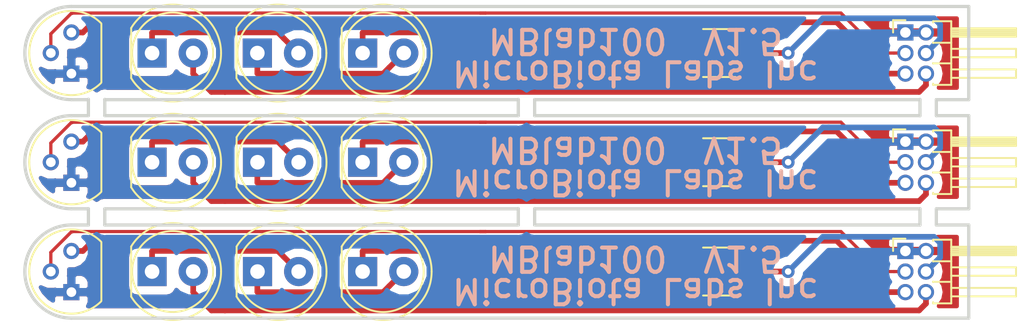
<source format=kicad_pcb>
(kicad_pcb (version 20171130) (host pcbnew "(5.0.0)")

  (general
    (thickness 1.6)
    (drawings 42)
    (tracks 138)
    (zones 0)
    (modules 18)
    (nets 25)
  )

  (page A4)
  (layers
    (0 F.Cu signal)
    (31 B.Cu signal)
    (32 B.Adhes user)
    (33 F.Adhes user)
    (34 B.Paste user)
    (35 F.Paste user)
    (36 B.SilkS user)
    (37 F.SilkS user)
    (38 B.Mask user)
    (39 F.Mask user)
    (40 Dwgs.User user)
    (41 Cmts.User user)
    (42 Eco1.User user)
    (43 Eco2.User user)
    (44 Edge.Cuts user)
    (45 Margin user)
    (46 B.CrtYd user)
    (47 F.CrtYd user)
    (48 B.Fab user hide)
    (49 F.Fab user hide)
  )

  (setup
    (last_trace_width 0.25)
    (user_trace_width 0.1524)
    (user_trace_width 0.2)
    (user_trace_width 0.35)
    (user_trace_width 0.5)
    (user_trace_width 0.75)
    (user_trace_width 1)
    (user_trace_width 1.5)
    (user_trace_width 2)
    (trace_clearance 0.2)
    (zone_clearance 0.2)
    (zone_45_only no)
    (trace_min 0.1524)
    (segment_width 0.2)
    (edge_width 0.2)
    (via_size 0.8)
    (via_drill 0.4)
    (via_min_size 0.4)
    (via_min_drill 0.3)
    (blind_buried_vias_allowed yes)
    (uvia_size 0.3)
    (uvia_drill 0.1)
    (uvias_allowed no)
    (uvia_min_size 0.2)
    (uvia_min_drill 0.1)
    (pcb_text_width 0.3)
    (pcb_text_size 1.5 1.5)
    (mod_edge_width 0.15)
    (mod_text_size 1 1)
    (mod_text_width 0.15)
    (pad_size 1 1)
    (pad_drill 0.6)
    (pad_to_mask_clearance 0.2)
    (aux_axis_origin 0 0)
    (visible_elements 7FFFFFFF)
    (pcbplotparams
      (layerselection 0x010fc_ffffffff)
      (usegerberextensions true)
      (usegerberattributes false)
      (usegerberadvancedattributes false)
      (creategerberjobfile false)
      (excludeedgelayer true)
      (linewidth 0.100000)
      (plotframeref false)
      (viasonmask false)
      (mode 1)
      (useauxorigin false)
      (hpglpennumber 1)
      (hpglpenspeed 20)
      (hpglpendiameter 15.000000)
      (psnegative false)
      (psa4output false)
      (plotreference true)
      (plotvalue true)
      (plotinvisibletext false)
      (padsonsilk false)
      (subtractmaskfromsilk false)
      (outputformat 1)
      (mirror false)
      (drillshape 0)
      (scaleselection 1)
      (outputdirectory "Gerbers_mlab100_LEDPCB_1.5/"))
  )

  (net 0 "")
  (net 1 "Net-(D1-Pad1)")
  (net 2 "Net-(D2-Pad1)")
  (net 3 /LEDBoard1/12V)
  (net 4 "Net-(D4-Pad1)")
  (net 5 /LEDBoard2/12V)
  (net 6 "Net-(D5-Pad1)")
  (net 7 "Net-(D8-Pad1)")
  (net 8 "Net-(D9-Pad1)")
  (net 9 /LEDBoard3/12V)
  (net 10 "Net-(D10-Pad1)")
  (net 11 "Net-(D11-Pad1)")
  (net 12 "Net-(D12-Pad1)")
  (net 13 /LEDBoard1/LED)
  (net 14 /LEDBoard1/GND)
  (net 15 /LEDBoard2/GND)
  (net 16 /LEDBoard2/LED)
  (net 17 /LEDBoard3/LED)
  (net 18 /LEDBoard3/GND)
  (net 19 /LEDBoard1/3V3)
  (net 20 /LEDBoard1/Temp1w)
  (net 21 /LEDBoard2/Temp1w)
  (net 22 /LEDBoard2/3V3)
  (net 23 /LEDBoard3/3V3)
  (net 24 /LEDBoard3/Temp1w)

  (net_class Default "This is the default net class."
    (clearance 0.2)
    (trace_width 0.25)
    (via_dia 0.8)
    (via_drill 0.4)
    (uvia_dia 0.3)
    (uvia_drill 0.1)
    (add_net /LEDBoard1/12V)
    (add_net /LEDBoard1/3V3)
    (add_net /LEDBoard1/GND)
    (add_net /LEDBoard1/LED)
    (add_net /LEDBoard1/Temp1w)
    (add_net /LEDBoard2/12V)
    (add_net /LEDBoard2/3V3)
    (add_net /LEDBoard2/GND)
    (add_net /LEDBoard2/LED)
    (add_net /LEDBoard2/Temp1w)
    (add_net /LEDBoard3/12V)
    (add_net /LEDBoard3/3V3)
    (add_net /LEDBoard3/GND)
    (add_net /LEDBoard3/LED)
    (add_net /LEDBoard3/Temp1w)
    (add_net "Net-(D1-Pad1)")
    (add_net "Net-(D10-Pad1)")
    (add_net "Net-(D11-Pad1)")
    (add_net "Net-(D12-Pad1)")
    (add_net "Net-(D2-Pad1)")
    (add_net "Net-(D4-Pad1)")
    (add_net "Net-(D5-Pad1)")
    (add_net "Net-(D8-Pad1)")
    (add_net "Net-(D9-Pad1)")
  )

  (module LEDs:LED_D5.0mm (layer F.Cu) (tedit 5C578092) (tstamp 5C5657BF)
    (at 20.8 16.38)
    (descr "LED, diameter 5.0mm, 2 pins, http://cdn-reichelt.de/documents/datenblatt/A500/LL-504BC2E-009.pdf")
    (tags "LED diameter 5.0mm 2 pins")
    (path /5C546516/5C54E02C)
    (fp_text reference D4 (at 1.27 -3.96) (layer F.SilkS) hide
      (effects (font (size 1 1) (thickness 0.15)))
    )
    (fp_text value 470nm (at 1.27 3.96) (layer F.Fab)
      (effects (font (size 1 1) (thickness 0.15)))
    )
    (fp_arc (start 1.27 0) (end -1.23 -1.469694) (angle 299.1) (layer F.Fab) (width 0.1))
    (fp_arc (start 1.27 0) (end -1.29 -1.54483) (angle 148.9) (layer F.SilkS) (width 0.12))
    (fp_arc (start 1.27 0) (end -1.29 1.54483) (angle -148.9) (layer F.SilkS) (width 0.12))
    (fp_circle (center 1.27 0) (end 3.77 0) (layer F.Fab) (width 0.1))
    (fp_circle (center 1.27 0) (end 3.77 0) (layer F.SilkS) (width 0.12))
    (fp_line (start -1.23 -1.469694) (end -1.23 1.469694) (layer F.Fab) (width 0.1))
    (fp_line (start -1.29 -1.545) (end -1.29 1.545) (layer F.SilkS) (width 0.12))
    (fp_line (start -1.95 -3.25) (end -1.95 3.25) (layer F.CrtYd) (width 0.05))
    (fp_line (start -1.95 3.25) (end 4.5 3.25) (layer F.CrtYd) (width 0.05))
    (fp_line (start 4.5 3.25) (end 4.5 -3.25) (layer F.CrtYd) (width 0.05))
    (fp_line (start 4.5 -3.25) (end -1.95 -3.25) (layer F.CrtYd) (width 0.05))
    (fp_text user %R (at 1.25 0) (layer F.Fab)
      (effects (font (size 0.8 0.8) (thickness 0.2)))
    )
    (pad 1 thru_hole rect (at 0 0) (size 1.8 1.8) (drill 0.9) (layers *.Cu *.Mask)
      (net 4 "Net-(D4-Pad1)"))
    (pad 2 thru_hole circle (at 2.54 0) (size 1.8 1.8) (drill 0.9) (layers *.Cu *.Mask)
      (net 2 "Net-(D2-Pad1)"))
    (model ${KISYS3DMOD}/LEDs.3dshapes/LED_D5.0mm.wrl
      (at (xyz 0 0 0))
      (scale (xyz 0.393701 0.393701 0.393701))
      (rotate (xyz 0 0 0))
    )
  )

  (module LEDs:LED_D5.0mm (layer F.Cu) (tedit 5C578081) (tstamp 5C5656F3)
    (at 7.8 16.38)
    (descr "LED, diameter 5.0mm, 2 pins, http://cdn-reichelt.de/documents/datenblatt/A500/LL-504BC2E-009.pdf")
    (tags "LED diameter 5.0mm 2 pins")
    (path /5C546516/5C54DDD9)
    (fp_text reference D1 (at 1.27 -3.96) (layer F.SilkS) hide
      (effects (font (size 1 1) (thickness 0.15)))
    )
    (fp_text value 470nm (at 1.27 3.96) (layer F.Fab)
      (effects (font (size 1 1) (thickness 0.15)))
    )
    (fp_arc (start 1.27 0) (end -1.23 -1.469694) (angle 299.1) (layer F.Fab) (width 0.1))
    (fp_arc (start 1.27 0) (end -1.29 -1.54483) (angle 148.9) (layer F.SilkS) (width 0.12))
    (fp_arc (start 1.27 0) (end -1.29 1.54483) (angle -148.9) (layer F.SilkS) (width 0.12))
    (fp_circle (center 1.27 0) (end 3.77 0) (layer F.Fab) (width 0.1))
    (fp_circle (center 1.27 0) (end 3.77 0) (layer F.SilkS) (width 0.12))
    (fp_line (start -1.23 -1.469694) (end -1.23 1.469694) (layer F.Fab) (width 0.1))
    (fp_line (start -1.29 -1.545) (end -1.29 1.545) (layer F.SilkS) (width 0.12))
    (fp_line (start -1.95 -3.25) (end -1.95 3.25) (layer F.CrtYd) (width 0.05))
    (fp_line (start -1.95 3.25) (end 4.5 3.25) (layer F.CrtYd) (width 0.05))
    (fp_line (start 4.5 3.25) (end 4.5 -3.25) (layer F.CrtYd) (width 0.05))
    (fp_line (start 4.5 -3.25) (end -1.95 -3.25) (layer F.CrtYd) (width 0.05))
    (fp_text user %R (at 1.25 0) (layer F.Fab)
      (effects (font (size 0.8 0.8) (thickness 0.2)))
    )
    (pad 1 thru_hole rect (at 0 0) (size 1.8 1.8) (drill 0.9) (layers *.Cu *.Mask)
      (net 1 "Net-(D1-Pad1)"))
    (pad 2 thru_hole circle (at 2.54 0) (size 1.8 1.8) (drill 0.9) (layers *.Cu *.Mask)
      (net 3 /LEDBoard1/12V))
    (model ${KISYS3DMOD}/LEDs.3dshapes/LED_D5.0mm.wrl
      (at (xyz 0 0 0))
      (scale (xyz 0.393701 0.393701 0.393701))
      (rotate (xyz 0 0 0))
    )
  )

  (module LEDs:LED_D5.0mm (layer F.Cu) (tedit 5C578083) (tstamp 5C5676FA)
    (at 7.8 9.63)
    (descr "LED, diameter 5.0mm, 2 pins, http://cdn-reichelt.de/documents/datenblatt/A500/LL-504BC2E-009.pdf")
    (tags "LED diameter 5.0mm 2 pins")
    (path /5C5BF7E1/5C54DDD9)
    (fp_text reference D5 (at 1.27 -3.96) (layer F.SilkS) hide
      (effects (font (size 1 1) (thickness 0.15)))
    )
    (fp_text value 470nm (at 1.27 3.96) (layer F.Fab)
      (effects (font (size 1 1) (thickness 0.15)))
    )
    (fp_text user %R (at 1.25 0) (layer F.Fab)
      (effects (font (size 0.8 0.8) (thickness 0.2)))
    )
    (fp_line (start 4.5 -3.25) (end -1.95 -3.25) (layer F.CrtYd) (width 0.05))
    (fp_line (start 4.5 3.25) (end 4.5 -3.25) (layer F.CrtYd) (width 0.05))
    (fp_line (start -1.95 3.25) (end 4.5 3.25) (layer F.CrtYd) (width 0.05))
    (fp_line (start -1.95 -3.25) (end -1.95 3.25) (layer F.CrtYd) (width 0.05))
    (fp_line (start -1.29 -1.545) (end -1.29 1.545) (layer F.SilkS) (width 0.12))
    (fp_line (start -1.23 -1.469694) (end -1.23 1.469694) (layer F.Fab) (width 0.1))
    (fp_circle (center 1.27 0) (end 3.77 0) (layer F.SilkS) (width 0.12))
    (fp_circle (center 1.27 0) (end 3.77 0) (layer F.Fab) (width 0.1))
    (fp_arc (start 1.27 0) (end -1.29 1.54483) (angle -148.9) (layer F.SilkS) (width 0.12))
    (fp_arc (start 1.27 0) (end -1.29 -1.54483) (angle 148.9) (layer F.SilkS) (width 0.12))
    (fp_arc (start 1.27 0) (end -1.23 -1.469694) (angle 299.1) (layer F.Fab) (width 0.1))
    (pad 2 thru_hole circle (at 2.54 0) (size 1.8 1.8) (drill 0.9) (layers *.Cu *.Mask)
      (net 5 /LEDBoard2/12V))
    (pad 1 thru_hole rect (at 0 0) (size 1.8 1.8) (drill 0.9) (layers *.Cu *.Mask)
      (net 6 "Net-(D5-Pad1)"))
    (model ${KISYS3DMOD}/LEDs.3dshapes/LED_D5.0mm.wrl
      (at (xyz 0 0 0))
      (scale (xyz 0.393701 0.393701 0.393701))
      (rotate (xyz 0 0 0))
    )
  )

  (module LEDs:LED_D5.0mm (layer F.Cu) (tedit 5C57808F) (tstamp 5C5656C0)
    (at 14.31 16.38)
    (descr "LED, diameter 5.0mm, 2 pins, http://cdn-reichelt.de/documents/datenblatt/A500/LL-504BC2E-009.pdf")
    (tags "LED diameter 5.0mm 2 pins")
    (path /5C546516/5C54DFD4)
    (fp_text reference D2 (at 1.27 -3.96) (layer F.SilkS) hide
      (effects (font (size 1 1) (thickness 0.15)))
    )
    (fp_text value 470nm (at 1.27 3.96) (layer F.Fab)
      (effects (font (size 1 1) (thickness 0.15)))
    )
    (fp_text user %R (at 1.25 0) (layer F.Fab)
      (effects (font (size 0.8 0.8) (thickness 0.2)))
    )
    (fp_line (start 4.5 -3.25) (end -1.95 -3.25) (layer F.CrtYd) (width 0.05))
    (fp_line (start 4.5 3.25) (end 4.5 -3.25) (layer F.CrtYd) (width 0.05))
    (fp_line (start -1.95 3.25) (end 4.5 3.25) (layer F.CrtYd) (width 0.05))
    (fp_line (start -1.95 -3.25) (end -1.95 3.25) (layer F.CrtYd) (width 0.05))
    (fp_line (start -1.29 -1.545) (end -1.29 1.545) (layer F.SilkS) (width 0.12))
    (fp_line (start -1.23 -1.469694) (end -1.23 1.469694) (layer F.Fab) (width 0.1))
    (fp_circle (center 1.27 0) (end 3.77 0) (layer F.SilkS) (width 0.12))
    (fp_circle (center 1.27 0) (end 3.77 0) (layer F.Fab) (width 0.1))
    (fp_arc (start 1.27 0) (end -1.29 1.54483) (angle -148.9) (layer F.SilkS) (width 0.12))
    (fp_arc (start 1.27 0) (end -1.29 -1.54483) (angle 148.9) (layer F.SilkS) (width 0.12))
    (fp_arc (start 1.27 0) (end -1.23 -1.469694) (angle 299.1) (layer F.Fab) (width 0.1))
    (pad 2 thru_hole circle (at 2.54 0) (size 1.8 1.8) (drill 0.9) (layers *.Cu *.Mask)
      (net 1 "Net-(D1-Pad1)"))
    (pad 1 thru_hole rect (at 0 0) (size 1.8 1.8) (drill 0.9) (layers *.Cu *.Mask)
      (net 2 "Net-(D2-Pad1)"))
    (model ${KISYS3DMOD}/LEDs.3dshapes/LED_D5.0mm.wrl
      (at (xyz 0 0 0))
      (scale (xyz 0.393701 0.393701 0.393701))
      (rotate (xyz 0 0 0))
    )
  )

  (module LEDs:LED_D5.0mm (layer F.Cu) (tedit 5C57808C) (tstamp 5C56763C)
    (at 14.31 9.63)
    (descr "LED, diameter 5.0mm, 2 pins, http://cdn-reichelt.de/documents/datenblatt/A500/LL-504BC2E-009.pdf")
    (tags "LED diameter 5.0mm 2 pins")
    (path /5C5BF7E1/5C54DFD4)
    (fp_text reference D8 (at 1.27 -3.96) (layer F.SilkS) hide
      (effects (font (size 1 1) (thickness 0.15)))
    )
    (fp_text value 470nm (at 1.27 3.96) (layer F.Fab)
      (effects (font (size 1 1) (thickness 0.15)))
    )
    (fp_text user %R (at 1.25 0) (layer F.Fab)
      (effects (font (size 0.8 0.8) (thickness 0.2)))
    )
    (fp_line (start 4.5 -3.25) (end -1.95 -3.25) (layer F.CrtYd) (width 0.05))
    (fp_line (start 4.5 3.25) (end 4.5 -3.25) (layer F.CrtYd) (width 0.05))
    (fp_line (start -1.95 3.25) (end 4.5 3.25) (layer F.CrtYd) (width 0.05))
    (fp_line (start -1.95 -3.25) (end -1.95 3.25) (layer F.CrtYd) (width 0.05))
    (fp_line (start -1.29 -1.545) (end -1.29 1.545) (layer F.SilkS) (width 0.12))
    (fp_line (start -1.23 -1.469694) (end -1.23 1.469694) (layer F.Fab) (width 0.1))
    (fp_circle (center 1.27 0) (end 3.77 0) (layer F.SilkS) (width 0.12))
    (fp_circle (center 1.27 0) (end 3.77 0) (layer F.Fab) (width 0.1))
    (fp_arc (start 1.27 0) (end -1.29 1.54483) (angle -148.9) (layer F.SilkS) (width 0.12))
    (fp_arc (start 1.27 0) (end -1.29 -1.54483) (angle 148.9) (layer F.SilkS) (width 0.12))
    (fp_arc (start 1.27 0) (end -1.23 -1.469694) (angle 299.1) (layer F.Fab) (width 0.1))
    (pad 2 thru_hole circle (at 2.54 0) (size 1.8 1.8) (drill 0.9) (layers *.Cu *.Mask)
      (net 6 "Net-(D5-Pad1)"))
    (pad 1 thru_hole rect (at 0 0) (size 1.8 1.8) (drill 0.9) (layers *.Cu *.Mask)
      (net 7 "Net-(D8-Pad1)"))
    (model ${KISYS3DMOD}/LEDs.3dshapes/LED_D5.0mm.wrl
      (at (xyz 0 0 0))
      (scale (xyz 0.393701 0.393701 0.393701))
      (rotate (xyz 0 0 0))
    )
  )

  (module LEDs:LED_D5.0mm (layer F.Cu) (tedit 5C578094) (tstamp 5C565726)
    (at 20.8 9.63)
    (descr "LED, diameter 5.0mm, 2 pins, http://cdn-reichelt.de/documents/datenblatt/A500/LL-504BC2E-009.pdf")
    (tags "LED diameter 5.0mm 2 pins")
    (path /5C5BF7E1/5C54E02C)
    (fp_text reference D9 (at 1.27 -3.96) (layer F.SilkS) hide
      (effects (font (size 1 1) (thickness 0.15)))
    )
    (fp_text value 470nm (at 1.27 3.96) (layer F.Fab)
      (effects (font (size 1 1) (thickness 0.15)))
    )
    (fp_arc (start 1.27 0) (end -1.23 -1.469694) (angle 299.1) (layer F.Fab) (width 0.1))
    (fp_arc (start 1.27 0) (end -1.29 -1.54483) (angle 148.9) (layer F.SilkS) (width 0.12))
    (fp_arc (start 1.27 0) (end -1.29 1.54483) (angle -148.9) (layer F.SilkS) (width 0.12))
    (fp_circle (center 1.27 0) (end 3.77 0) (layer F.Fab) (width 0.1))
    (fp_circle (center 1.27 0) (end 3.77 0) (layer F.SilkS) (width 0.12))
    (fp_line (start -1.23 -1.469694) (end -1.23 1.469694) (layer F.Fab) (width 0.1))
    (fp_line (start -1.29 -1.545) (end -1.29 1.545) (layer F.SilkS) (width 0.12))
    (fp_line (start -1.95 -3.25) (end -1.95 3.25) (layer F.CrtYd) (width 0.05))
    (fp_line (start -1.95 3.25) (end 4.5 3.25) (layer F.CrtYd) (width 0.05))
    (fp_line (start 4.5 3.25) (end 4.5 -3.25) (layer F.CrtYd) (width 0.05))
    (fp_line (start 4.5 -3.25) (end -1.95 -3.25) (layer F.CrtYd) (width 0.05))
    (fp_text user %R (at 1.25 0) (layer F.Fab)
      (effects (font (size 0.8 0.8) (thickness 0.2)))
    )
    (pad 1 thru_hole rect (at 0 0) (size 1.8 1.8) (drill 0.9) (layers *.Cu *.Mask)
      (net 8 "Net-(D9-Pad1)"))
    (pad 2 thru_hole circle (at 2.54 0) (size 1.8 1.8) (drill 0.9) (layers *.Cu *.Mask)
      (net 7 "Net-(D8-Pad1)"))
    (model ${KISYS3DMOD}/LEDs.3dshapes/LED_D5.0mm.wrl
      (at (xyz 0 0 0))
      (scale (xyz 0.393701 0.393701 0.393701))
      (rotate (xyz 0 0 0))
    )
  )

  (module LEDs:LED_D5.0mm (layer F.Cu) (tedit 5C578086) (tstamp 5C4E4E4F)
    (at 7.8 2.89)
    (descr "LED, diameter 5.0mm, 2 pins, http://cdn-reichelt.de/documents/datenblatt/A500/LL-504BC2E-009.pdf")
    (tags "LED diameter 5.0mm 2 pins")
    (path /5C5C7B67/5C54DDD9)
    (fp_text reference D10 (at 1.27 -3.96) (layer F.SilkS) hide
      (effects (font (size 1 1) (thickness 0.15)))
    )
    (fp_text value 470nm (at 1.27 3.96) (layer F.Fab)
      (effects (font (size 1 1) (thickness 0.15)))
    )
    (fp_text user %R (at 1.25 0) (layer F.Fab)
      (effects (font (size 0.8 0.8) (thickness 0.2)))
    )
    (fp_line (start 4.5 -3.25) (end -1.95 -3.25) (layer F.CrtYd) (width 0.05))
    (fp_line (start 4.5 3.25) (end 4.5 -3.25) (layer F.CrtYd) (width 0.05))
    (fp_line (start -1.95 3.25) (end 4.5 3.25) (layer F.CrtYd) (width 0.05))
    (fp_line (start -1.95 -3.25) (end -1.95 3.25) (layer F.CrtYd) (width 0.05))
    (fp_line (start -1.29 -1.545) (end -1.29 1.545) (layer F.SilkS) (width 0.12))
    (fp_line (start -1.23 -1.469694) (end -1.23 1.469694) (layer F.Fab) (width 0.1))
    (fp_circle (center 1.27 0) (end 3.77 0) (layer F.SilkS) (width 0.12))
    (fp_circle (center 1.27 0) (end 3.77 0) (layer F.Fab) (width 0.1))
    (fp_arc (start 1.27 0) (end -1.29 1.54483) (angle -148.9) (layer F.SilkS) (width 0.12))
    (fp_arc (start 1.27 0) (end -1.29 -1.54483) (angle 148.9) (layer F.SilkS) (width 0.12))
    (fp_arc (start 1.27 0) (end -1.23 -1.469694) (angle 299.1) (layer F.Fab) (width 0.1))
    (pad 2 thru_hole circle (at 2.54 0) (size 1.8 1.8) (drill 0.9) (layers *.Cu *.Mask)
      (net 9 /LEDBoard3/12V))
    (pad 1 thru_hole rect (at 0 0) (size 1.8 1.8) (drill 0.9) (layers *.Cu *.Mask)
      (net 10 "Net-(D10-Pad1)"))
    (model ${KISYS3DMOD}/LEDs.3dshapes/LED_D5.0mm.wrl
      (at (xyz 0 0 0))
      (scale (xyz 0.393701 0.393701 0.393701))
      (rotate (xyz 0 0 0))
    )
  )

  (module LEDs:LED_D5.0mm (layer F.Cu) (tedit 5C578089) (tstamp 5C577C4D)
    (at 14.3 2.89)
    (descr "LED, diameter 5.0mm, 2 pins, http://cdn-reichelt.de/documents/datenblatt/A500/LL-504BC2E-009.pdf")
    (tags "LED diameter 5.0mm 2 pins")
    (path /5C5C7B67/5C54DFD4)
    (fp_text reference D11 (at 1.27 -3.96) (layer F.SilkS) hide
      (effects (font (size 1 1) (thickness 0.15)))
    )
    (fp_text value 470nm (at 1.27 3.96) (layer F.Fab)
      (effects (font (size 1 1) (thickness 0.15)))
    )
    (fp_arc (start 1.27 0) (end -1.23 -1.469694) (angle 299.1) (layer F.Fab) (width 0.1))
    (fp_arc (start 1.27 0) (end -1.29 -1.54483) (angle 148.9) (layer F.SilkS) (width 0.12))
    (fp_arc (start 1.27 0) (end -1.29 1.54483) (angle -148.9) (layer F.SilkS) (width 0.12))
    (fp_circle (center 1.27 0) (end 3.77 0) (layer F.Fab) (width 0.1))
    (fp_circle (center 1.27 0) (end 3.77 0) (layer F.SilkS) (width 0.12))
    (fp_line (start -1.23 -1.469694) (end -1.23 1.469694) (layer F.Fab) (width 0.1))
    (fp_line (start -1.29 -1.545) (end -1.29 1.545) (layer F.SilkS) (width 0.12))
    (fp_line (start -1.95 -3.25) (end -1.95 3.25) (layer F.CrtYd) (width 0.05))
    (fp_line (start -1.95 3.25) (end 4.5 3.25) (layer F.CrtYd) (width 0.05))
    (fp_line (start 4.5 3.25) (end 4.5 -3.25) (layer F.CrtYd) (width 0.05))
    (fp_line (start 4.5 -3.25) (end -1.95 -3.25) (layer F.CrtYd) (width 0.05))
    (fp_text user %R (at 1.25 0) (layer F.Fab)
      (effects (font (size 0.8 0.8) (thickness 0.2)))
    )
    (pad 1 thru_hole rect (at 0 0) (size 1.8 1.8) (drill 0.9) (layers *.Cu *.Mask)
      (net 11 "Net-(D11-Pad1)"))
    (pad 2 thru_hole circle (at 2.54 0) (size 1.8 1.8) (drill 0.9) (layers *.Cu *.Mask)
      (net 10 "Net-(D10-Pad1)"))
    (model ${KISYS3DMOD}/LEDs.3dshapes/LED_D5.0mm.wrl
      (at (xyz 0 0 0))
      (scale (xyz 0.393701 0.393701 0.393701))
      (rotate (xyz 0 0 0))
    )
  )

  (module LEDs:LED_D5.0mm (layer F.Cu) (tedit 5C578098) (tstamp 5C4E4E73)
    (at 20.8 2.89)
    (descr "LED, diameter 5.0mm, 2 pins, http://cdn-reichelt.de/documents/datenblatt/A500/LL-504BC2E-009.pdf")
    (tags "LED diameter 5.0mm 2 pins")
    (path /5C5C7B67/5C54E02C)
    (fp_text reference D12 (at 1.27 -3.96) (layer F.SilkS) hide
      (effects (font (size 1 1) (thickness 0.15)))
    )
    (fp_text value 470nm (at 1.27 3.96) (layer F.Fab)
      (effects (font (size 1 1) (thickness 0.15)))
    )
    (fp_arc (start 1.27 0) (end -1.23 -1.469694) (angle 299.1) (layer F.Fab) (width 0.1))
    (fp_arc (start 1.27 0) (end -1.29 -1.54483) (angle 148.9) (layer F.SilkS) (width 0.12))
    (fp_arc (start 1.27 0) (end -1.29 1.54483) (angle -148.9) (layer F.SilkS) (width 0.12))
    (fp_circle (center 1.27 0) (end 3.77 0) (layer F.Fab) (width 0.1))
    (fp_circle (center 1.27 0) (end 3.77 0) (layer F.SilkS) (width 0.12))
    (fp_line (start -1.23 -1.469694) (end -1.23 1.469694) (layer F.Fab) (width 0.1))
    (fp_line (start -1.29 -1.545) (end -1.29 1.545) (layer F.SilkS) (width 0.12))
    (fp_line (start -1.95 -3.25) (end -1.95 3.25) (layer F.CrtYd) (width 0.05))
    (fp_line (start -1.95 3.25) (end 4.5 3.25) (layer F.CrtYd) (width 0.05))
    (fp_line (start 4.5 3.25) (end 4.5 -3.25) (layer F.CrtYd) (width 0.05))
    (fp_line (start 4.5 -3.25) (end -1.95 -3.25) (layer F.CrtYd) (width 0.05))
    (fp_text user %R (at 1.25 0) (layer F.Fab)
      (effects (font (size 0.8 0.8) (thickness 0.2)))
    )
    (pad 1 thru_hole rect (at 0 0) (size 1.8 1.8) (drill 0.9) (layers *.Cu *.Mask)
      (net 12 "Net-(D12-Pad1)"))
    (pad 2 thru_hole circle (at 2.54 0) (size 1.8 1.8) (drill 0.9) (layers *.Cu *.Mask)
      (net 11 "Net-(D11-Pad1)"))
    (model ${KISYS3DMOD}/LEDs.3dshapes/LED_D5.0mm.wrl
      (at (xyz 0 0 0))
      (scale (xyz 0.393701 0.393701 0.393701))
      (rotate (xyz 0 0 0))
    )
  )

  (module Pin_Headers:Pin_Header_Angled_2x03_Pitch1.27mm (layer F.Cu) (tedit 5C5780A9) (tstamp 5C565635)
    (at 54.31 15.11)
    (descr "Through hole angled pin header, 2x03, 1.27mm pitch, 4.0mm pin length, double rows")
    (tags "Through hole angled pin header THT 2x03 1.27mm double row")
    (path /5C556DF7)
    (fp_text reference J14 (at 3.0675 -1.635) (layer F.SilkS) hide
      (effects (font (size 1 1) (thickness 0.15)))
    )
    (fp_text value Conn_01x06_Male (at 3.0675 4.175) (layer F.Fab)
      (effects (font (size 1 1) (thickness 0.15)))
    )
    (fp_text user %R (at 2.27 1.27 90) (layer F.Fab)
      (effects (font (size 0.6 0.6) (thickness 0.09)))
    )
    (fp_line (start 7.3 -1.15) (end -1.15 -1.15) (layer F.CrtYd) (width 0.05))
    (fp_line (start 7.3 3.7) (end 7.3 -1.15) (layer F.CrtYd) (width 0.05))
    (fp_line (start -1.15 3.7) (end 7.3 3.7) (layer F.CrtYd) (width 0.05))
    (fp_line (start -1.15 -1.15) (end -1.15 3.7) (layer F.CrtYd) (width 0.05))
    (fp_line (start -0.76 -0.76) (end 0 -0.76) (layer F.SilkS) (width 0.12))
    (fp_line (start -0.76 0) (end -0.76 -0.76) (layer F.SilkS) (width 0.12))
    (fp_line (start 6.83 2.8) (end 2.83 2.8) (layer F.SilkS) (width 0.12))
    (fp_line (start 6.83 2.28) (end 6.83 2.8) (layer F.SilkS) (width 0.12))
    (fp_line (start 2.83 2.28) (end 6.83 2.28) (layer F.SilkS) (width 0.12))
    (fp_line (start 1.71 1.889677) (end 1.71 1.920323) (layer F.SilkS) (width 0.12))
    (fp_line (start 1.71 1.905) (end 2.83 1.905) (layer F.SilkS) (width 0.12))
    (fp_line (start 6.83 1.53) (end 2.83 1.53) (layer F.SilkS) (width 0.12))
    (fp_line (start 6.83 1.01) (end 6.83 1.53) (layer F.SilkS) (width 0.12))
    (fp_line (start 2.83 1.01) (end 6.83 1.01) (layer F.SilkS) (width 0.12))
    (fp_line (start 1.71 0.619677) (end 1.71 0.650323) (layer F.SilkS) (width 0.12))
    (fp_line (start 1.71 0.635) (end 2.83 0.635) (layer F.SilkS) (width 0.12))
    (fp_line (start 2.83 0.16) (end 6.83 0.16) (layer F.SilkS) (width 0.12))
    (fp_line (start 2.83 0.04) (end 6.83 0.04) (layer F.SilkS) (width 0.12))
    (fp_line (start 2.83 -0.08) (end 6.83 -0.08) (layer F.SilkS) (width 0.12))
    (fp_line (start 2.83 -0.2) (end 6.83 -0.2) (layer F.SilkS) (width 0.12))
    (fp_line (start 6.83 0.26) (end 2.83 0.26) (layer F.SilkS) (width 0.12))
    (fp_line (start 6.83 -0.26) (end 6.83 0.26) (layer F.SilkS) (width 0.12))
    (fp_line (start 2.83 -0.26) (end 6.83 -0.26) (layer F.SilkS) (width 0.12))
    (fp_line (start 1.71 3.235) (end 1.71 3.159677) (layer F.SilkS) (width 0.12))
    (fp_line (start 2.83 3.235) (end 1.71 3.235) (layer F.SilkS) (width 0.12))
    (fp_line (start 2.83 -0.695) (end 2.83 3.235) (layer F.SilkS) (width 0.12))
    (fp_line (start 1.71 -0.695) (end 2.83 -0.695) (layer F.SilkS) (width 0.12))
    (fp_line (start 1.71 -0.619677) (end 1.71 -0.695) (layer F.SilkS) (width 0.12))
    (fp_line (start 2.77 2.74) (end 6.77 2.74) (layer F.Fab) (width 0.1))
    (fp_line (start 6.77 2.34) (end 6.77 2.74) (layer F.Fab) (width 0.1))
    (fp_line (start 2.77 2.34) (end 6.77 2.34) (layer F.Fab) (width 0.1))
    (fp_line (start -0.2 2.74) (end 1.77 2.74) (layer F.Fab) (width 0.1))
    (fp_line (start -0.2 2.34) (end -0.2 2.74) (layer F.Fab) (width 0.1))
    (fp_line (start -0.2 2.34) (end 1.77 2.34) (layer F.Fab) (width 0.1))
    (fp_line (start 2.77 1.47) (end 6.77 1.47) (layer F.Fab) (width 0.1))
    (fp_line (start 6.77 1.07) (end 6.77 1.47) (layer F.Fab) (width 0.1))
    (fp_line (start 2.77 1.07) (end 6.77 1.07) (layer F.Fab) (width 0.1))
    (fp_line (start -0.2 1.47) (end 1.77 1.47) (layer F.Fab) (width 0.1))
    (fp_line (start -0.2 1.07) (end -0.2 1.47) (layer F.Fab) (width 0.1))
    (fp_line (start -0.2 1.07) (end 1.77 1.07) (layer F.Fab) (width 0.1))
    (fp_line (start 2.77 0.2) (end 6.77 0.2) (layer F.Fab) (width 0.1))
    (fp_line (start 6.77 -0.2) (end 6.77 0.2) (layer F.Fab) (width 0.1))
    (fp_line (start 2.77 -0.2) (end 6.77 -0.2) (layer F.Fab) (width 0.1))
    (fp_line (start -0.2 0.2) (end 1.77 0.2) (layer F.Fab) (width 0.1))
    (fp_line (start -0.2 -0.2) (end -0.2 0.2) (layer F.Fab) (width 0.1))
    (fp_line (start -0.2 -0.2) (end 1.77 -0.2) (layer F.Fab) (width 0.1))
    (fp_line (start 1.77 -0.385) (end 2.02 -0.635) (layer F.Fab) (width 0.1))
    (fp_line (start 1.77 3.175) (end 1.77 -0.385) (layer F.Fab) (width 0.1))
    (fp_line (start 2.77 3.175) (end 1.77 3.175) (layer F.Fab) (width 0.1))
    (fp_line (start 2.77 -0.635) (end 2.77 3.175) (layer F.Fab) (width 0.1))
    (fp_line (start 2.02 -0.635) (end 2.77 -0.635) (layer F.Fab) (width 0.1))
    (pad 6 thru_hole oval (at 1.27 2.54) (size 1 1) (drill 0.65) (layers *.Cu *.Mask)
      (net 3 /LEDBoard1/12V))
    (pad 5 thru_hole oval (at 0 2.54) (size 1 1) (drill 0.65) (layers *.Cu *.Mask)
      (net 19 /LEDBoard1/3V3))
    (pad 4 thru_hole oval (at 1.27 1.27) (size 1 1) (drill 0.65) (layers *.Cu *.Mask)
      (net 13 /LEDBoard1/LED))
    (pad 3 thru_hole oval (at 0 1.27) (size 1 1) (drill 0.65) (layers *.Cu *.Mask)
      (net 20 /LEDBoard1/Temp1w))
    (pad 2 thru_hole oval (at 1.27 0) (size 1 1) (drill 0.65) (layers *.Cu *.Mask)
      (net 14 /LEDBoard1/GND))
    (pad 1 thru_hole rect (at 0 0) (size 1 1) (drill 0.65) (layers *.Cu *.Mask)
      (net 14 /LEDBoard1/GND))
    (model ${KISYS3DMOD}/Pin_Headers.3dshapes/Pin_Header_Angled_2x03_Pitch1.27mm.wrl
      (at (xyz 0 0 0))
      (scale (xyz 1 1 1))
      (rotate (xyz 0 0 0))
    )
  )

  (module Pin_Headers:Pin_Header_Angled_2x03_Pitch1.27mm (layer F.Cu) (tedit 5C5780AB) (tstamp 5C56557E)
    (at 54.31 8.36)
    (descr "Through hole angled pin header, 2x03, 1.27mm pitch, 4.0mm pin length, double rows")
    (tags "Through hole angled pin header THT 2x03 1.27mm double row")
    (path /5C5BF7E7)
    (fp_text reference J15 (at 3.0675 -1.635) (layer F.SilkS) hide
      (effects (font (size 1 1) (thickness 0.15)))
    )
    (fp_text value Conn_01x06_Male (at 3.0675 4.175) (layer F.Fab)
      (effects (font (size 1 1) (thickness 0.15)))
    )
    (fp_line (start 2.02 -0.635) (end 2.77 -0.635) (layer F.Fab) (width 0.1))
    (fp_line (start 2.77 -0.635) (end 2.77 3.175) (layer F.Fab) (width 0.1))
    (fp_line (start 2.77 3.175) (end 1.77 3.175) (layer F.Fab) (width 0.1))
    (fp_line (start 1.77 3.175) (end 1.77 -0.385) (layer F.Fab) (width 0.1))
    (fp_line (start 1.77 -0.385) (end 2.02 -0.635) (layer F.Fab) (width 0.1))
    (fp_line (start -0.2 -0.2) (end 1.77 -0.2) (layer F.Fab) (width 0.1))
    (fp_line (start -0.2 -0.2) (end -0.2 0.2) (layer F.Fab) (width 0.1))
    (fp_line (start -0.2 0.2) (end 1.77 0.2) (layer F.Fab) (width 0.1))
    (fp_line (start 2.77 -0.2) (end 6.77 -0.2) (layer F.Fab) (width 0.1))
    (fp_line (start 6.77 -0.2) (end 6.77 0.2) (layer F.Fab) (width 0.1))
    (fp_line (start 2.77 0.2) (end 6.77 0.2) (layer F.Fab) (width 0.1))
    (fp_line (start -0.2 1.07) (end 1.77 1.07) (layer F.Fab) (width 0.1))
    (fp_line (start -0.2 1.07) (end -0.2 1.47) (layer F.Fab) (width 0.1))
    (fp_line (start -0.2 1.47) (end 1.77 1.47) (layer F.Fab) (width 0.1))
    (fp_line (start 2.77 1.07) (end 6.77 1.07) (layer F.Fab) (width 0.1))
    (fp_line (start 6.77 1.07) (end 6.77 1.47) (layer F.Fab) (width 0.1))
    (fp_line (start 2.77 1.47) (end 6.77 1.47) (layer F.Fab) (width 0.1))
    (fp_line (start -0.2 2.34) (end 1.77 2.34) (layer F.Fab) (width 0.1))
    (fp_line (start -0.2 2.34) (end -0.2 2.74) (layer F.Fab) (width 0.1))
    (fp_line (start -0.2 2.74) (end 1.77 2.74) (layer F.Fab) (width 0.1))
    (fp_line (start 2.77 2.34) (end 6.77 2.34) (layer F.Fab) (width 0.1))
    (fp_line (start 6.77 2.34) (end 6.77 2.74) (layer F.Fab) (width 0.1))
    (fp_line (start 2.77 2.74) (end 6.77 2.74) (layer F.Fab) (width 0.1))
    (fp_line (start 1.71 -0.619677) (end 1.71 -0.695) (layer F.SilkS) (width 0.12))
    (fp_line (start 1.71 -0.695) (end 2.83 -0.695) (layer F.SilkS) (width 0.12))
    (fp_line (start 2.83 -0.695) (end 2.83 3.235) (layer F.SilkS) (width 0.12))
    (fp_line (start 2.83 3.235) (end 1.71 3.235) (layer F.SilkS) (width 0.12))
    (fp_line (start 1.71 3.235) (end 1.71 3.159677) (layer F.SilkS) (width 0.12))
    (fp_line (start 2.83 -0.26) (end 6.83 -0.26) (layer F.SilkS) (width 0.12))
    (fp_line (start 6.83 -0.26) (end 6.83 0.26) (layer F.SilkS) (width 0.12))
    (fp_line (start 6.83 0.26) (end 2.83 0.26) (layer F.SilkS) (width 0.12))
    (fp_line (start 2.83 -0.2) (end 6.83 -0.2) (layer F.SilkS) (width 0.12))
    (fp_line (start 2.83 -0.08) (end 6.83 -0.08) (layer F.SilkS) (width 0.12))
    (fp_line (start 2.83 0.04) (end 6.83 0.04) (layer F.SilkS) (width 0.12))
    (fp_line (start 2.83 0.16) (end 6.83 0.16) (layer F.SilkS) (width 0.12))
    (fp_line (start 1.71 0.635) (end 2.83 0.635) (layer F.SilkS) (width 0.12))
    (fp_line (start 1.71 0.619677) (end 1.71 0.650323) (layer F.SilkS) (width 0.12))
    (fp_line (start 2.83 1.01) (end 6.83 1.01) (layer F.SilkS) (width 0.12))
    (fp_line (start 6.83 1.01) (end 6.83 1.53) (layer F.SilkS) (width 0.12))
    (fp_line (start 6.83 1.53) (end 2.83 1.53) (layer F.SilkS) (width 0.12))
    (fp_line (start 1.71 1.905) (end 2.83 1.905) (layer F.SilkS) (width 0.12))
    (fp_line (start 1.71 1.889677) (end 1.71 1.920323) (layer F.SilkS) (width 0.12))
    (fp_line (start 2.83 2.28) (end 6.83 2.28) (layer F.SilkS) (width 0.12))
    (fp_line (start 6.83 2.28) (end 6.83 2.8) (layer F.SilkS) (width 0.12))
    (fp_line (start 6.83 2.8) (end 2.83 2.8) (layer F.SilkS) (width 0.12))
    (fp_line (start -0.76 0) (end -0.76 -0.76) (layer F.SilkS) (width 0.12))
    (fp_line (start -0.76 -0.76) (end 0 -0.76) (layer F.SilkS) (width 0.12))
    (fp_line (start -1.15 -1.15) (end -1.15 3.7) (layer F.CrtYd) (width 0.05))
    (fp_line (start -1.15 3.7) (end 7.3 3.7) (layer F.CrtYd) (width 0.05))
    (fp_line (start 7.3 3.7) (end 7.3 -1.15) (layer F.CrtYd) (width 0.05))
    (fp_line (start 7.3 -1.15) (end -1.15 -1.15) (layer F.CrtYd) (width 0.05))
    (fp_text user %R (at 2.27 1.27 90) (layer F.Fab)
      (effects (font (size 0.6 0.6) (thickness 0.09)))
    )
    (pad 1 thru_hole rect (at 0 0) (size 1 1) (drill 0.65) (layers *.Cu *.Mask)
      (net 15 /LEDBoard2/GND))
    (pad 2 thru_hole oval (at 1.27 0) (size 1 1) (drill 0.65) (layers *.Cu *.Mask)
      (net 15 /LEDBoard2/GND))
    (pad 3 thru_hole oval (at 0 1.27) (size 1 1) (drill 0.65) (layers *.Cu *.Mask)
      (net 21 /LEDBoard2/Temp1w))
    (pad 4 thru_hole oval (at 1.27 1.27) (size 1 1) (drill 0.65) (layers *.Cu *.Mask)
      (net 16 /LEDBoard2/LED))
    (pad 5 thru_hole oval (at 0 2.54) (size 1 1) (drill 0.65) (layers *.Cu *.Mask)
      (net 22 /LEDBoard2/3V3))
    (pad 6 thru_hole oval (at 1.27 2.54) (size 1 1) (drill 0.65) (layers *.Cu *.Mask)
      (net 5 /LEDBoard2/12V))
    (model ${KISYS3DMOD}/Pin_Headers.3dshapes/Pin_Header_Angled_2x03_Pitch1.27mm.wrl
      (at (xyz 0 0 0))
      (scale (xyz 1 1 1))
      (rotate (xyz 0 0 0))
    )
  )

  (module Pin_Headers:Pin_Header_Angled_2x03_Pitch1.27mm (layer F.Cu) (tedit 5C5780AE) (tstamp 5C4E507D)
    (at 54.31 1.62)
    (descr "Through hole angled pin header, 2x03, 1.27mm pitch, 4.0mm pin length, double rows")
    (tags "Through hole angled pin header THT 2x03 1.27mm double row")
    (path /5C5C7B6D)
    (fp_text reference J16 (at 3.0675 -1.635) (layer F.SilkS) hide
      (effects (font (size 1 1) (thickness 0.15)))
    )
    (fp_text value Conn_01x06_Male (at 3.0675 4.175) (layer F.Fab)
      (effects (font (size 1 1) (thickness 0.15)))
    )
    (fp_text user %R (at 2.27 1.27 90) (layer F.Fab)
      (effects (font (size 0.6 0.6) (thickness 0.09)))
    )
    (fp_line (start 7.3 -1.15) (end -1.15 -1.15) (layer F.CrtYd) (width 0.05))
    (fp_line (start 7.3 3.7) (end 7.3 -1.15) (layer F.CrtYd) (width 0.05))
    (fp_line (start -1.15 3.7) (end 7.3 3.7) (layer F.CrtYd) (width 0.05))
    (fp_line (start -1.15 -1.15) (end -1.15 3.7) (layer F.CrtYd) (width 0.05))
    (fp_line (start -0.76 -0.76) (end 0 -0.76) (layer F.SilkS) (width 0.12))
    (fp_line (start -0.76 0) (end -0.76 -0.76) (layer F.SilkS) (width 0.12))
    (fp_line (start 6.83 2.8) (end 2.83 2.8) (layer F.SilkS) (width 0.12))
    (fp_line (start 6.83 2.28) (end 6.83 2.8) (layer F.SilkS) (width 0.12))
    (fp_line (start 2.83 2.28) (end 6.83 2.28) (layer F.SilkS) (width 0.12))
    (fp_line (start 1.71 1.889677) (end 1.71 1.920323) (layer F.SilkS) (width 0.12))
    (fp_line (start 1.71 1.905) (end 2.83 1.905) (layer F.SilkS) (width 0.12))
    (fp_line (start 6.83 1.53) (end 2.83 1.53) (layer F.SilkS) (width 0.12))
    (fp_line (start 6.83 1.01) (end 6.83 1.53) (layer F.SilkS) (width 0.12))
    (fp_line (start 2.83 1.01) (end 6.83 1.01) (layer F.SilkS) (width 0.12))
    (fp_line (start 1.71 0.619677) (end 1.71 0.650323) (layer F.SilkS) (width 0.12))
    (fp_line (start 1.71 0.635) (end 2.83 0.635) (layer F.SilkS) (width 0.12))
    (fp_line (start 2.83 0.16) (end 6.83 0.16) (layer F.SilkS) (width 0.12))
    (fp_line (start 2.83 0.04) (end 6.83 0.04) (layer F.SilkS) (width 0.12))
    (fp_line (start 2.83 -0.08) (end 6.83 -0.08) (layer F.SilkS) (width 0.12))
    (fp_line (start 2.83 -0.2) (end 6.83 -0.2) (layer F.SilkS) (width 0.12))
    (fp_line (start 6.83 0.26) (end 2.83 0.26) (layer F.SilkS) (width 0.12))
    (fp_line (start 6.83 -0.26) (end 6.83 0.26) (layer F.SilkS) (width 0.12))
    (fp_line (start 2.83 -0.26) (end 6.83 -0.26) (layer F.SilkS) (width 0.12))
    (fp_line (start 1.71 3.235) (end 1.71 3.159677) (layer F.SilkS) (width 0.12))
    (fp_line (start 2.83 3.235) (end 1.71 3.235) (layer F.SilkS) (width 0.12))
    (fp_line (start 2.83 -0.695) (end 2.83 3.235) (layer F.SilkS) (width 0.12))
    (fp_line (start 1.71 -0.695) (end 2.83 -0.695) (layer F.SilkS) (width 0.12))
    (fp_line (start 1.71 -0.619677) (end 1.71 -0.695) (layer F.SilkS) (width 0.12))
    (fp_line (start 2.77 2.74) (end 6.77 2.74) (layer F.Fab) (width 0.1))
    (fp_line (start 6.77 2.34) (end 6.77 2.74) (layer F.Fab) (width 0.1))
    (fp_line (start 2.77 2.34) (end 6.77 2.34) (layer F.Fab) (width 0.1))
    (fp_line (start -0.2 2.74) (end 1.77 2.74) (layer F.Fab) (width 0.1))
    (fp_line (start -0.2 2.34) (end -0.2 2.74) (layer F.Fab) (width 0.1))
    (fp_line (start -0.2 2.34) (end 1.77 2.34) (layer F.Fab) (width 0.1))
    (fp_line (start 2.77 1.47) (end 6.77 1.47) (layer F.Fab) (width 0.1))
    (fp_line (start 6.77 1.07) (end 6.77 1.47) (layer F.Fab) (width 0.1))
    (fp_line (start 2.77 1.07) (end 6.77 1.07) (layer F.Fab) (width 0.1))
    (fp_line (start -0.2 1.47) (end 1.77 1.47) (layer F.Fab) (width 0.1))
    (fp_line (start -0.2 1.07) (end -0.2 1.47) (layer F.Fab) (width 0.1))
    (fp_line (start -0.2 1.07) (end 1.77 1.07) (layer F.Fab) (width 0.1))
    (fp_line (start 2.77 0.2) (end 6.77 0.2) (layer F.Fab) (width 0.1))
    (fp_line (start 6.77 -0.2) (end 6.77 0.2) (layer F.Fab) (width 0.1))
    (fp_line (start 2.77 -0.2) (end 6.77 -0.2) (layer F.Fab) (width 0.1))
    (fp_line (start -0.2 0.2) (end 1.77 0.2) (layer F.Fab) (width 0.1))
    (fp_line (start -0.2 -0.2) (end -0.2 0.2) (layer F.Fab) (width 0.1))
    (fp_line (start -0.2 -0.2) (end 1.77 -0.2) (layer F.Fab) (width 0.1))
    (fp_line (start 1.77 -0.385) (end 2.02 -0.635) (layer F.Fab) (width 0.1))
    (fp_line (start 1.77 3.175) (end 1.77 -0.385) (layer F.Fab) (width 0.1))
    (fp_line (start 2.77 3.175) (end 1.77 3.175) (layer F.Fab) (width 0.1))
    (fp_line (start 2.77 -0.635) (end 2.77 3.175) (layer F.Fab) (width 0.1))
    (fp_line (start 2.02 -0.635) (end 2.77 -0.635) (layer F.Fab) (width 0.1))
    (pad 6 thru_hole oval (at 1.27 2.54) (size 1 1) (drill 0.65) (layers *.Cu *.Mask)
      (net 9 /LEDBoard3/12V))
    (pad 5 thru_hole oval (at 0 2.54) (size 1 1) (drill 0.65) (layers *.Cu *.Mask)
      (net 23 /LEDBoard3/3V3))
    (pad 4 thru_hole oval (at 1.27 1.27) (size 1 1) (drill 0.65) (layers *.Cu *.Mask)
      (net 17 /LEDBoard3/LED))
    (pad 3 thru_hole oval (at 0 1.27) (size 1 1) (drill 0.65) (layers *.Cu *.Mask)
      (net 24 /LEDBoard3/Temp1w))
    (pad 2 thru_hole oval (at 1.27 0) (size 1 1) (drill 0.65) (layers *.Cu *.Mask)
      (net 18 /LEDBoard3/GND))
    (pad 1 thru_hole rect (at 0 0) (size 1 1) (drill 0.65) (layers *.Cu *.Mask)
      (net 18 /LEDBoard3/GND))
    (model ${KISYS3DMOD}/Pin_Headers.3dshapes/Pin_Header_Angled_2x03_Pitch1.27mm.wrl
      (at (xyz 0 0 0))
      (scale (xyz 1 1 1))
      (rotate (xyz 0 0 0))
    )
  )

  (module TO_SOT_Packages_THT:TO-92_Molded_Narrow (layer F.Cu) (tedit 5C578076) (tstamp 5C567107)
    (at 2.82 17.65 90)
    (descr "TO-92 leads molded, narrow, drill 0.6mm (see NXP sot054_po.pdf)")
    (tags "to-92 sc-43 sc-43a sot54 PA33 transistor")
    (path /5C546516/5C54EB11)
    (fp_text reference U4 (at 1.34 2.76 90) (layer F.SilkS) hide
      (effects (font (size 1 1) (thickness 0.15)))
    )
    (fp_text value DS18B20 (at 1.27 2.79 90) (layer F.Fab)
      (effects (font (size 1 1) (thickness 0.15)))
    )
    (fp_arc (start 1.27 0) (end 1.27 -2.6) (angle 135) (layer F.SilkS) (width 0.12))
    (fp_arc (start 1.27 0) (end 1.27 -2.48) (angle -135) (layer F.Fab) (width 0.1))
    (fp_arc (start 1.27 0) (end 1.27 -2.6) (angle -135) (layer F.SilkS) (width 0.12))
    (fp_arc (start 1.27 0) (end 1.27 -2.48) (angle 135) (layer F.Fab) (width 0.1))
    (fp_line (start 4 2.01) (end -1.46 2.01) (layer F.CrtYd) (width 0.05))
    (fp_line (start 4 2.01) (end 4 -2.73) (layer F.CrtYd) (width 0.05))
    (fp_line (start -1.46 -2.73) (end -1.46 2.01) (layer F.CrtYd) (width 0.05))
    (fp_line (start -1.46 -2.73) (end 4 -2.73) (layer F.CrtYd) (width 0.05))
    (fp_line (start -0.5 1.75) (end 3 1.75) (layer F.Fab) (width 0.1))
    (fp_line (start -0.53 1.85) (end 3.07 1.85) (layer F.SilkS) (width 0.12))
    (fp_text user %R (at 1.27 -3.56 90) (layer F.Fab)
      (effects (font (size 1 1) (thickness 0.15)))
    )
    (pad 1 thru_hole rect (at 0 0 180) (size 1 1) (drill 0.6) (layers *.Cu *.Mask)
      (net 14 /LEDBoard1/GND))
    (pad 3 thru_hole circle (at 2.54 0 180) (size 1 1) (drill 0.6) (layers *.Cu *.Mask)
      (net 19 /LEDBoard1/3V3))
    (pad 2 thru_hole circle (at 1.27 -1.27 180) (size 1 1) (drill 0.6) (layers *.Cu *.Mask)
      (net 20 /LEDBoard1/Temp1w))
    (model ${KISYS3DMOD}/TO_SOT_Packages_THT.3dshapes/TO-92_Molded_Narrow.wrl
      (offset (xyz 1.269999980926514 0 0))
      (scale (xyz 1 1 1))
      (rotate (xyz 0 0 -90))
    )
  )

  (module TO_SOT_Packages_THT:TO-92_Molded_Narrow (layer F.Cu) (tedit 5C578079) (tstamp 5C565B12)
    (at 2.82 10.9 90)
    (descr "TO-92 leads molded, narrow, drill 0.6mm (see NXP sot054_po.pdf)")
    (tags "to-92 sc-43 sc-43a sot54 PA33 transistor")
    (path /5C5BF7E1/5C54EB11)
    (fp_text reference U5 (at 1.27 -3.56 90) (layer F.SilkS) hide
      (effects (font (size 1 1) (thickness 0.15)))
    )
    (fp_text value DS18B20 (at 1.27 2.79 90) (layer F.Fab)
      (effects (font (size 1 1) (thickness 0.15)))
    )
    (fp_text user %R (at 1.27 -3.56 90) (layer F.Fab)
      (effects (font (size 1 1) (thickness 0.15)))
    )
    (fp_line (start -0.53 1.85) (end 3.07 1.85) (layer F.SilkS) (width 0.12))
    (fp_line (start -0.5 1.75) (end 3 1.75) (layer F.Fab) (width 0.1))
    (fp_line (start -1.46 -2.73) (end 4 -2.73) (layer F.CrtYd) (width 0.05))
    (fp_line (start -1.46 -2.73) (end -1.46 2.01) (layer F.CrtYd) (width 0.05))
    (fp_line (start 4 2.01) (end 4 -2.73) (layer F.CrtYd) (width 0.05))
    (fp_line (start 4 2.01) (end -1.46 2.01) (layer F.CrtYd) (width 0.05))
    (fp_arc (start 1.27 0) (end 1.27 -2.48) (angle 135) (layer F.Fab) (width 0.1))
    (fp_arc (start 1.27 0) (end 1.27 -2.6) (angle -135) (layer F.SilkS) (width 0.12))
    (fp_arc (start 1.27 0) (end 1.27 -2.48) (angle -135) (layer F.Fab) (width 0.1))
    (fp_arc (start 1.27 0) (end 1.27 -2.6) (angle 135) (layer F.SilkS) (width 0.12))
    (pad 2 thru_hole circle (at 1.27 -1.27 180) (size 1 1) (drill 0.6) (layers *.Cu *.Mask)
      (net 21 /LEDBoard2/Temp1w))
    (pad 3 thru_hole circle (at 2.54 0 180) (size 1 1) (drill 0.6) (layers *.Cu *.Mask)
      (net 22 /LEDBoard2/3V3))
    (pad 1 thru_hole rect (at 0 0 180) (size 1 1) (drill 0.6) (layers *.Cu *.Mask)
      (net 15 /LEDBoard2/GND))
    (model ${KISYS3DMOD}/TO_SOT_Packages_THT.3dshapes/TO-92_Molded_Narrow.wrl
      (offset (xyz 1.269999980926514 0 0))
      (scale (xyz 1 1 1))
      (rotate (xyz 0 0 -90))
    )
  )

  (module TO_SOT_Packages_THT:TO-92_Molded_Narrow (layer F.Cu) (tedit 5C57807C) (tstamp 5C565B24)
    (at 2.82 4.16 90)
    (descr "TO-92 leads molded, narrow, drill 0.6mm (see NXP sot054_po.pdf)")
    (tags "to-92 sc-43 sc-43a sot54 PA33 transistor")
    (path /5C5C7B67/5C54EB11)
    (fp_text reference U6 (at 1.27 -3.56 90) (layer F.SilkS) hide
      (effects (font (size 1 1) (thickness 0.15)))
    )
    (fp_text value DS18B20 (at 1.27 2.79 90) (layer F.Fab)
      (effects (font (size 1 1) (thickness 0.15)))
    )
    (fp_arc (start 1.27 0) (end 1.27 -2.6) (angle 135) (layer F.SilkS) (width 0.12))
    (fp_arc (start 1.27 0) (end 1.27 -2.48) (angle -135) (layer F.Fab) (width 0.1))
    (fp_arc (start 1.27 0) (end 1.27 -2.6) (angle -135) (layer F.SilkS) (width 0.12))
    (fp_arc (start 1.27 0) (end 1.27 -2.48) (angle 135) (layer F.Fab) (width 0.1))
    (fp_line (start 4 2.01) (end -1.46 2.01) (layer F.CrtYd) (width 0.05))
    (fp_line (start 4 2.01) (end 4 -2.73) (layer F.CrtYd) (width 0.05))
    (fp_line (start -1.46 -2.73) (end -1.46 2.01) (layer F.CrtYd) (width 0.05))
    (fp_line (start -1.46 -2.73) (end 4 -2.73) (layer F.CrtYd) (width 0.05))
    (fp_line (start -0.5 1.75) (end 3 1.75) (layer F.Fab) (width 0.1))
    (fp_line (start -0.53 1.85) (end 3.07 1.85) (layer F.SilkS) (width 0.12))
    (fp_text user %R (at 1.27 -3.56 90) (layer F.Fab)
      (effects (font (size 1 1) (thickness 0.15)))
    )
    (pad 1 thru_hole rect (at 0 0 180) (size 1 1) (drill 0.6) (layers *.Cu *.Mask)
      (net 18 /LEDBoard3/GND))
    (pad 3 thru_hole circle (at 2.54 0 180) (size 1 1) (drill 0.6) (layers *.Cu *.Mask)
      (net 23 /LEDBoard3/3V3))
    (pad 2 thru_hole circle (at 1.27 -1.27 180) (size 1 1) (drill 0.6) (layers *.Cu *.Mask)
      (net 24 /LEDBoard3/Temp1w))
    (model ${KISYS3DMOD}/TO_SOT_Packages_THT.3dshapes/TO-92_Molded_Narrow.wrl
      (offset (xyz 1.269999980926514 0 0))
      (scale (xyz 1 1 1))
      (rotate (xyz 0 0 -90))
    )
  )

  (module Resistors_SMD:R_1210_HandSoldering (layer F.Cu) (tedit 5C57809F) (tstamp 5C5662CA)
    (at 42.82 16.38)
    (descr "Resistor SMD 1210, hand soldering")
    (tags "resistor 1210")
    (path /5C546516/5C54E391)
    (attr smd)
    (fp_text reference R1 (at 4.26 -0.16) (layer F.SilkS) hide
      (effects (font (size 1 1) (thickness 0.15)))
    )
    (fp_text value 120 (at 0 2.4) (layer F.Fab)
      (effects (font (size 1 1) (thickness 0.15)))
    )
    (fp_line (start 3.25 1.5) (end -3.25 1.5) (layer F.CrtYd) (width 0.05))
    (fp_line (start 3.25 1.5) (end 3.25 -1.5) (layer F.CrtYd) (width 0.05))
    (fp_line (start -3.25 -1.5) (end -3.25 1.5) (layer F.CrtYd) (width 0.05))
    (fp_line (start -3.25 -1.5) (end 3.25 -1.5) (layer F.CrtYd) (width 0.05))
    (fp_line (start -1 -1.48) (end 1 -1.48) (layer F.SilkS) (width 0.12))
    (fp_line (start 1 1.48) (end -1 1.48) (layer F.SilkS) (width 0.12))
    (fp_line (start -1.6 -1.25) (end 1.6 -1.25) (layer F.Fab) (width 0.1))
    (fp_line (start 1.6 -1.25) (end 1.6 1.25) (layer F.Fab) (width 0.1))
    (fp_line (start 1.6 1.25) (end -1.6 1.25) (layer F.Fab) (width 0.1))
    (fp_line (start -1.6 1.25) (end -1.6 -1.25) (layer F.Fab) (width 0.1))
    (fp_text user %R (at 0 0) (layer F.Fab)
      (effects (font (size 0.7 0.7) (thickness 0.105)))
    )
    (pad 2 smd rect (at 2 0) (size 2 2.5) (layers F.Cu F.Paste F.Mask)
      (net 13 /LEDBoard1/LED))
    (pad 1 smd rect (at -2 0) (size 2 2.5) (layers F.Cu F.Paste F.Mask)
      (net 4 "Net-(D4-Pad1)"))
    (model ${KISYS3DMOD}/Resistors_SMD.3dshapes/R_1210.wrl
      (at (xyz 0 0 0))
      (scale (xyz 1 1 1))
      (rotate (xyz 0 0 0))
    )
  )

  (module Resistors_SMD:R_1210_HandSoldering (layer F.Cu) (tedit 5C5780A2) (tstamp 5C5662DA)
    (at 42.82 9.63)
    (descr "Resistor SMD 1210, hand soldering")
    (tags "resistor 1210")
    (path /5C5BF7E1/5C54E391)
    (attr smd)
    (fp_text reference R2 (at 0 -2.3) (layer F.SilkS) hide
      (effects (font (size 1 1) (thickness 0.15)))
    )
    (fp_text value 120 (at 0 2.4) (layer F.Fab)
      (effects (font (size 1 1) (thickness 0.15)))
    )
    (fp_text user %R (at 0 0) (layer F.Fab)
      (effects (font (size 0.7 0.7) (thickness 0.105)))
    )
    (fp_line (start -1.6 1.25) (end -1.6 -1.25) (layer F.Fab) (width 0.1))
    (fp_line (start 1.6 1.25) (end -1.6 1.25) (layer F.Fab) (width 0.1))
    (fp_line (start 1.6 -1.25) (end 1.6 1.25) (layer F.Fab) (width 0.1))
    (fp_line (start -1.6 -1.25) (end 1.6 -1.25) (layer F.Fab) (width 0.1))
    (fp_line (start 1 1.48) (end -1 1.48) (layer F.SilkS) (width 0.12))
    (fp_line (start -1 -1.48) (end 1 -1.48) (layer F.SilkS) (width 0.12))
    (fp_line (start -3.25 -1.5) (end 3.25 -1.5) (layer F.CrtYd) (width 0.05))
    (fp_line (start -3.25 -1.5) (end -3.25 1.5) (layer F.CrtYd) (width 0.05))
    (fp_line (start 3.25 1.5) (end 3.25 -1.5) (layer F.CrtYd) (width 0.05))
    (fp_line (start 3.25 1.5) (end -3.25 1.5) (layer F.CrtYd) (width 0.05))
    (pad 1 smd rect (at -2 0) (size 2 2.5) (layers F.Cu F.Paste F.Mask)
      (net 8 "Net-(D9-Pad1)"))
    (pad 2 smd rect (at 2 0) (size 2 2.5) (layers F.Cu F.Paste F.Mask)
      (net 16 /LEDBoard2/LED))
    (model ${KISYS3DMOD}/Resistors_SMD.3dshapes/R_1210.wrl
      (at (xyz 0 0 0))
      (scale (xyz 1 1 1))
      (rotate (xyz 0 0 0))
    )
  )

  (module Resistors_SMD:R_1210_HandSoldering (layer F.Cu) (tedit 5C5780A4) (tstamp 5C56642E)
    (at 42.82 2.89)
    (descr "Resistor SMD 1210, hand soldering")
    (tags "resistor 1210")
    (path /5C5C7B67/5C54E391)
    (attr smd)
    (fp_text reference R3 (at 0 -2.3) (layer F.SilkS) hide
      (effects (font (size 1 1) (thickness 0.15)))
    )
    (fp_text value 120 (at 0 2.4) (layer F.Fab)
      (effects (font (size 1 1) (thickness 0.15)))
    )
    (fp_line (start 3.25 1.5) (end -3.25 1.5) (layer F.CrtYd) (width 0.05))
    (fp_line (start 3.25 1.5) (end 3.25 -1.5) (layer F.CrtYd) (width 0.05))
    (fp_line (start -3.25 -1.5) (end -3.25 1.5) (layer F.CrtYd) (width 0.05))
    (fp_line (start -3.25 -1.5) (end 3.25 -1.5) (layer F.CrtYd) (width 0.05))
    (fp_line (start -1 -1.48) (end 1 -1.48) (layer F.SilkS) (width 0.12))
    (fp_line (start 1 1.48) (end -1 1.48) (layer F.SilkS) (width 0.12))
    (fp_line (start -1.6 -1.25) (end 1.6 -1.25) (layer F.Fab) (width 0.1))
    (fp_line (start 1.6 -1.25) (end 1.6 1.25) (layer F.Fab) (width 0.1))
    (fp_line (start 1.6 1.25) (end -1.6 1.25) (layer F.Fab) (width 0.1))
    (fp_line (start -1.6 1.25) (end -1.6 -1.25) (layer F.Fab) (width 0.1))
    (fp_text user %R (at 0 0) (layer F.Fab)
      (effects (font (size 0.7 0.7) (thickness 0.105)))
    )
    (pad 2 smd rect (at 2 0) (size 2 2.5) (layers F.Cu F.Paste F.Mask)
      (net 17 /LEDBoard3/LED))
    (pad 1 smd rect (at -2 0) (size 2 2.5) (layers F.Cu F.Paste F.Mask)
      (net 12 "Net-(D12-Pad1)"))
    (model ${KISYS3DMOD}/Resistors_SMD.3dshapes/R_1210.wrl
      (at (xyz 0 0 0))
      (scale (xyz 1 1 1))
      (rotate (xyz 0 0 0))
    )
  )

  (gr_line (start 4.88 13.505) (end 30.41 13.505) (layer Edge.Cuts) (width 0.2) (tstamp 5C57924D))
  (gr_line (start 56.23 13.505) (end 58.22 13.505) (layer Edge.Cuts) (width 0.2) (tstamp 5C57924C))
  (gr_line (start 31.42 13.505) (end 55.21 13.505) (layer Edge.Cuts) (width 0.2) (tstamp 5C57924B))
  (gr_line (start 2.83 13.505) (end 3.87 13.505) (layer Edge.Cuts) (width 0.2) (tstamp 5C57924A))
  (gr_line (start 4.88 12.505) (end 30.41 12.505) (layer Edge.Cuts) (width 0.2) (tstamp 5C579245))
  (gr_line (start 31.42 12.505) (end 55.21 12.505) (layer Edge.Cuts) (width 0.2) (tstamp 5C579244))
  (gr_line (start 2.83 12.505) (end 3.87 12.505) (layer Edge.Cuts) (width 0.2) (tstamp 5C579243))
  (gr_line (start 56.23 12.505) (end 58.22 12.505) (layer Edge.Cuts) (width 0.2) (tstamp 5C579242))
  (gr_line (start 56.23 6.755) (end 58.22 6.755) (layer Edge.Cuts) (width 0.2) (tstamp 5C57923C))
  (gr_line (start 4.88 6.755) (end 30.41 6.755) (layer Edge.Cuts) (width 0.2) (tstamp 5C57923B))
  (gr_line (start 31.42 6.755) (end 55.21 6.755) (layer Edge.Cuts) (width 0.2) (tstamp 5C57923A))
  (gr_line (start 2.83 6.755) (end 3.87 6.755) (layer Edge.Cuts) (width 0.2) (tstamp 5C579239))
  (gr_line (start 56.23 5.77) (end 58.22 5.77) (layer Edge.Cuts) (width 0.2))
  (gr_line (start 31.42 5.77) (end 55.21 5.77) (layer Edge.Cuts) (width 0.2))
  (gr_line (start 4.88 5.77) (end 30.41 5.77) (layer Edge.Cuts) (width 0.2))
  (gr_line (start 2.83 5.77) (end 3.87 5.77) (layer Edge.Cuts) (width 0.2))
  (gr_line (start 3.87 6.75) (end 3.87 5.74) (layer Edge.Cuts) (width 0.2) (tstamp 5C578C7E))
  (gr_line (start 30.41 6.76) (end 30.41 5.75) (layer Edge.Cuts) (width 0.2) (tstamp 5C578C7D))
  (gr_line (start 56.22 6.76) (end 56.22 5.76) (layer Edge.Cuts) (width 0.2) (tstamp 5C578C7C))
  (gr_line (start 55.21 6.76) (end 55.21 5.75) (layer Edge.Cuts) (width 0.2) (tstamp 5C578C7B))
  (gr_line (start 31.42 6.76) (end 31.42 5.76) (layer Edge.Cuts) (width 0.2) (tstamp 5C578C7A))
  (gr_line (start 4.88 6.75) (end 4.88 5.75) (layer Edge.Cuts) (width 0.2) (tstamp 5C578C79))
  (gr_line (start 31.42 13.5) (end 31.42 12.5) (layer Edge.Cuts) (width 0.2) (tstamp 5C578C68))
  (gr_line (start 30.41 13.5) (end 30.41 12.49) (layer Edge.Cuts) (width 0.2) (tstamp 5C578C67))
  (gr_line (start 55.21 13.51) (end 55.21 12.5) (layer Edge.Cuts) (width 0.2) (tstamp 5C578C5E))
  (gr_line (start 56.22 13.51) (end 56.22 12.51) (layer Edge.Cuts) (width 0.2) (tstamp 5C578C5D))
  (gr_line (start 4.88 13.51) (end 4.88 12.51) (layer Edge.Cuts) (width 0.2))
  (gr_line (start 3.87 13.51) (end 3.87 12.5) (layer Edge.Cuts) (width 0.2))
  (gr_text "MicroBiota Labs Inc\n" (at 37.64 10.86 180) (layer B.SilkS) (tstamp 5C57C1CA)
    (effects (font (size 1.5 1.5) (thickness 0.25)) (justify mirror))
  )
  (gr_text "MBlab100  V1.5" (at 37.64 8.86 180) (layer B.SilkS) (tstamp 5C57C1C9)
    (effects (font (size 1.5 1.5) (thickness 0.25)) (justify mirror))
  )
  (gr_text "MicroBiota Labs Inc\n" (at 37.65 4.14 180) (layer B.SilkS) (tstamp 5C57C1C3)
    (effects (font (size 1.5 1.5) (thickness 0.25)) (justify mirror))
  )
  (gr_text "MBlab100  V1.5" (at 37.65 2.14 180) (layer B.SilkS) (tstamp 5C57C1C2)
    (effects (font (size 1.5 1.5) (thickness 0.25)) (justify mirror))
  )
  (gr_text "MBlab100  V1.5" (at 37.65 15.58 180) (layer B.SilkS) (tstamp 5C57BBB3)
    (effects (font (size 1.5 1.5) (thickness 0.25)) (justify mirror))
  )
  (gr_text "MicroBiota Labs Inc\n" (at 37.65 17.58 180) (layer B.SilkS) (tstamp 5C57BB7D)
    (effects (font (size 1.5 1.5) (thickness 0.25)) (justify mirror))
  )
  (gr_arc (start 2.82 16.38) (end 2.82 13.505) (angle -180) (layer Edge.Cuts) (width 0.2) (tstamp 5C5668C1))
  (gr_line (start 2.82 19.255) (end 58.22 19.255) (layer Edge.Cuts) (width 0.2) (tstamp 5C5668C0))
  (gr_line (start 58.22 19.255) (end 58.22 13.505) (layer Edge.Cuts) (width 0.2) (tstamp 5C5668BE))
  (gr_line (start 58.22 12.505) (end 58.22 6.755) (layer Edge.Cuts) (width 0.2) (tstamp 5C56674B))
  (gr_arc (start 2.82 9.63) (end 2.82 6.755) (angle -180) (layer Edge.Cuts) (width 0.2) (tstamp 5C566717))
  (gr_line (start 58.22 5.765) (end 58.22 0.015) (layer Edge.Cuts) (width 0.2))
  (gr_line (start 2.82 0.015) (end 58.22 0.015) (layer Edge.Cuts) (width 0.2))
  (gr_arc (start 2.82 2.89) (end 2.82 0.015) (angle -180) (layer Edge.Cuts) (width 0.2))

  (segment (start 7.8 15.13) (end 7.825001 15.104999) (width 0.35) (layer F.Cu) (net 1) (tstamp 5C5668C9))
  (segment (start 15.564999 15.104999) (end 15.940001 15.480001) (width 0.35) (layer F.Cu) (net 1) (tstamp 5C5668D1))
  (segment (start 15.940001 15.480001) (end 16.84 16.38) (width 0.35) (layer F.Cu) (net 1) (tstamp 5C5668D5) (status 20))
  (segment (start 7.825001 15.104999) (end 15.564999 15.104999) (width 0.35) (layer F.Cu) (net 1) (tstamp 5C5668DA))
  (segment (start 7.8 16.38) (end 7.8 15.13) (width 0.35) (layer F.Cu) (net 1) (tstamp 5C5668EE) (status 10))
  (segment (start 14.3 16.38) (end 14.3 17.63) (width 0.35) (layer F.Cu) (net 2) (tstamp 5C5668D8) (status 10))
  (segment (start 22.064999 17.655001) (end 22.440001 17.279999) (width 0.35) (layer F.Cu) (net 2) (tstamp 5C5668DE))
  (segment (start 22.440001 17.279999) (end 23.34 16.38) (width 0.35) (layer F.Cu) (net 2) (tstamp 5C5668DF) (status 20))
  (segment (start 14.325001 17.655001) (end 22.064999 17.655001) (width 0.35) (layer F.Cu) (net 2) (tstamp 5C5668E8))
  (segment (start 14.3 17.63) (end 14.325001 17.655001) (width 0.35) (layer F.Cu) (net 2) (tstamp 5C5668EC))
  (segment (start 10.34 17.652792) (end 11.467208 18.78) (width 0.35) (layer F.Cu) (net 3) (tstamp 5C5668C4))
  (segment (start 12.3 18.78) (end 12.29 18.77) (width 0.35) (layer F.Cu) (net 3) (tstamp 5C5668C5))
  (segment (start 11.467208 18.78) (end 12.3 18.78) (width 0.35) (layer F.Cu) (net 3) (tstamp 5C5668D2))
  (segment (start 10.34 16.38) (end 10.34 17.652792) (width 0.35) (layer F.Cu) (net 3) (tstamp 5C5668D3) (status 10))
  (segment (start 55.58 17.65) (end 55.58 18.357106) (width 0.35) (layer F.Cu) (net 3) (tstamp 5C5668DB) (status 10))
  (segment (start 55.58 18.357106) (end 55.157106 18.78) (width 0.35) (layer F.Cu) (net 3) (tstamp 5C5668DC))
  (segment (start 55.157106 18.78) (end 12.3 18.78) (width 0.35) (layer F.Cu) (net 3) (tstamp 5C5668DD))
  (segment (start 25.92 16.38) (end 40.32 16.38) (width 0.35) (layer F.Cu) (net 4) (tstamp 5C5668CA) (status 20))
  (segment (start 20.825001 15.104999) (end 24.644999 15.104999) (width 0.35) (layer F.Cu) (net 4) (tstamp 5C5668CC))
  (segment (start 20.8 15.13) (end 20.825001 15.104999) (width 0.35) (layer F.Cu) (net 4) (tstamp 5C5668CD))
  (segment (start 20.8 16.38) (end 20.8 15.13) (width 0.35) (layer F.Cu) (net 4) (tstamp 5C5668D0) (status 10))
  (segment (start 24.644999 15.104999) (end 25.92 16.38) (width 0.35) (layer F.Cu) (net 4) (tstamp 5C5668EB))
  (segment (start 55.58 10.9) (end 55.58 11.607106) (width 0.35) (layer F.Cu) (net 5) (tstamp 5C566757) (status 10))
  (segment (start 11.467208 12.03) (end 12.3 12.03) (width 0.35) (layer F.Cu) (net 5) (tstamp 5C566758))
  (segment (start 55.58 11.607106) (end 55.157106 12.03) (width 0.35) (layer F.Cu) (net 5) (tstamp 5C566759))
  (segment (start 55.157106 12.03) (end 12.3 12.03) (width 0.35) (layer F.Cu) (net 5) (tstamp 5C56675A))
  (segment (start 10.34 10.902792) (end 11.467208 12.03) (width 0.35) (layer F.Cu) (net 5) (tstamp 5C56675B))
  (segment (start 10.34 9.63) (end 10.34 10.902792) (width 0.35) (layer F.Cu) (net 5) (tstamp 5C56675C) (status 10))
  (segment (start 12.3 12.03) (end 12.29 12.02) (width 0.35) (layer F.Cu) (net 5) (tstamp 5C56675D))
  (segment (start 15.564999 8.354999) (end 15.940001 8.730001) (width 0.35) (layer F.Cu) (net 6) (tstamp 5C56671B))
  (segment (start 7.8 8.38) (end 7.825001 8.354999) (width 0.35) (layer F.Cu) (net 6) (tstamp 5C566720))
  (segment (start 15.940001 8.730001) (end 16.84 9.63) (width 0.35) (layer F.Cu) (net 6) (tstamp 5C566722) (status 20))
  (segment (start 7.8 9.63) (end 7.8 8.38) (width 0.35) (layer F.Cu) (net 6) (tstamp 5C566723) (status 10))
  (segment (start 7.825001 8.354999) (end 15.564999 8.354999) (width 0.35) (layer F.Cu) (net 6) (tstamp 5C56671E))
  (segment (start 22.064999 10.905001) (end 22.440001 10.529999) (width 0.35) (layer F.Cu) (net 7) (tstamp 5C56675F))
  (segment (start 14.3 9.63) (end 14.3 10.88) (width 0.35) (layer F.Cu) (net 7) (tstamp 5C566760) (status 10))
  (segment (start 14.3 10.88) (end 14.325001 10.905001) (width 0.35) (layer F.Cu) (net 7) (tstamp 5C566761))
  (segment (start 22.440001 10.529999) (end 23.34 9.63) (width 0.35) (layer F.Cu) (net 7) (tstamp 5C566762) (status 20))
  (segment (start 14.325001 10.905001) (end 22.064999 10.905001) (width 0.35) (layer F.Cu) (net 7) (tstamp 5C566763))
  (segment (start 20.8 9.63) (end 20.8 8.38) (width 0.35) (layer F.Cu) (net 8) (tstamp 5C566724) (status 10))
  (segment (start 25.92 9.63) (end 40.32 9.63) (width 0.35) (layer F.Cu) (net 8) (tstamp 5C566725) (status 20))
  (segment (start 24.644999 8.354999) (end 25.92 9.63) (width 0.35) (layer F.Cu) (net 8) (tstamp 5C566726))
  (segment (start 20.825001 8.354999) (end 24.644999 8.354999) (width 0.35) (layer F.Cu) (net 8) (tstamp 5C566727))
  (segment (start 20.8 8.38) (end 20.825001 8.354999) (width 0.35) (layer F.Cu) (net 8) (tstamp 5C566728))
  (segment (start 55.58 4.867106) (end 55.157106 5.29) (width 0.35) (layer F.Cu) (net 9))
  (segment (start 55.58 4.16) (end 55.58 4.867106) (width 0.35) (layer F.Cu) (net 9) (status 10))
  (segment (start 55.157106 5.29) (end 12.3 5.29) (width 0.35) (layer F.Cu) (net 9))
  (segment (start 12.3 5.29) (end 12.29 5.28) (width 0.35) (layer F.Cu) (net 9))
  (segment (start 11.467208 5.29) (end 12.3 5.29) (width 0.35) (layer F.Cu) (net 9))
  (segment (start 10.34 4.162792) (end 11.467208 5.29) (width 0.35) (layer F.Cu) (net 9))
  (segment (start 10.34 2.89) (end 10.34 4.162792) (width 0.35) (layer F.Cu) (net 9) (status 10))
  (segment (start 15.940001 1.990001) (end 16.84 2.89) (width 0.35) (layer F.Cu) (net 10) (status 20))
  (segment (start 15.564999 1.614999) (end 15.940001 1.990001) (width 0.35) (layer F.Cu) (net 10))
  (segment (start 7.825001 1.614999) (end 15.564999 1.614999) (width 0.35) (layer F.Cu) (net 10))
  (segment (start 7.8 1.64) (end 7.825001 1.614999) (width 0.35) (layer F.Cu) (net 10))
  (segment (start 7.8 2.89) (end 7.8 1.64) (width 0.35) (layer F.Cu) (net 10) (status 10))
  (segment (start 22.440001 3.789999) (end 23.34 2.89) (width 0.35) (layer F.Cu) (net 11) (status 20))
  (segment (start 22.064999 4.165001) (end 22.440001 3.789999) (width 0.35) (layer F.Cu) (net 11))
  (segment (start 14.325001 4.165001) (end 22.064999 4.165001) (width 0.35) (layer F.Cu) (net 11))
  (segment (start 14.3 4.14) (end 14.325001 4.165001) (width 0.35) (layer F.Cu) (net 11))
  (segment (start 14.3 2.89) (end 14.3 4.14) (width 0.35) (layer F.Cu) (net 11) (status 10))
  (segment (start 20.825001 1.614999) (end 24.644999 1.614999) (width 0.35) (layer F.Cu) (net 12))
  (segment (start 20.8 2.89) (end 20.8 1.64) (width 0.35) (layer F.Cu) (net 12) (status 10))
  (segment (start 20.8 1.64) (end 20.825001 1.614999) (width 0.35) (layer F.Cu) (net 12))
  (segment (start 25.92 2.89) (end 40.32 2.89) (width 0.35) (layer F.Cu) (net 12) (status 20))
  (segment (start 24.644999 1.614999) (end 25.92 2.89) (width 0.35) (layer F.Cu) (net 12))
  (via (at 47.07 16.38) (size 0.8) (drill 0.4) (layers F.Cu B.Cu) (net 13) (tstamp 5C5668BD))
  (segment (start 44.82 16.38) (end 47.07 16.38) (width 0.35) (layer F.Cu) (net 13) (tstamp 5C5668CE) (status 10))
  (segment (start 49.215001 14.234999) (end 49.57 14.234999) (width 0.35) (layer B.Cu) (net 13) (tstamp 5C5668D7))
  (segment (start 55.58 16.38) (end 56.455001 15.504999) (width 0.35) (layer B.Cu) (net 13) (tstamp 5C5668E0) (status 10))
  (segment (start 56.455001 15.504999) (end 56.455001 14.615001) (width 0.35) (layer B.Cu) (net 13) (tstamp 5C5668E2))
  (segment (start 47.07 16.38) (end 49.215001 14.234999) (width 0.35) (layer B.Cu) (net 13) (tstamp 5C5668E3))
  (segment (start 56.455001 14.615001) (end 56.074999 14.234999) (width 0.35) (layer B.Cu) (net 13) (tstamp 5C5668E6))
  (segment (start 56.074999 14.234999) (end 49.57 14.234999) (width 0.35) (layer B.Cu) (net 13) (tstamp 5C5668EA))
  (via (at 47.07 9.63) (size 0.8) (drill 0.4) (layers F.Cu B.Cu) (net 16) (tstamp 5C56674A))
  (segment (start 47.07 9.63) (end 49.215001 7.484999) (width 0.35) (layer B.Cu) (net 16) (tstamp 5C566753))
  (segment (start 56.074999 7.484999) (end 49.57 7.484999) (width 0.35) (layer B.Cu) (net 16) (tstamp 5C566754))
  (segment (start 49.215001 7.484999) (end 49.57 7.484999) (width 0.35) (layer B.Cu) (net 16) (tstamp 5C566755))
  (segment (start 44.82 9.63) (end 47.07 9.63) (width 0.35) (layer F.Cu) (net 16) (tstamp 5C566756) (status 10))
  (segment (start 55.58 9.63) (end 56.455001 8.754999) (width 0.35) (layer B.Cu) (net 16) (tstamp 5C566764) (status 10))
  (segment (start 56.455001 8.754999) (end 56.455001 7.865001) (width 0.35) (layer B.Cu) (net 16) (tstamp 5C566765))
  (segment (start 56.455001 7.865001) (end 56.074999 7.484999) (width 0.35) (layer B.Cu) (net 16) (tstamp 5C566766))
  (segment (start 56.455001 2.014999) (end 56.455001 1.125001) (width 0.35) (layer B.Cu) (net 17))
  (segment (start 55.58 2.89) (end 56.455001 2.014999) (width 0.35) (layer B.Cu) (net 17) (status 10))
  (segment (start 56.455001 1.125001) (end 56.074999 0.744999) (width 0.35) (layer B.Cu) (net 17))
  (via (at 47.07 2.89) (size 0.8) (drill 0.4) (layers F.Cu B.Cu) (net 17))
  (segment (start 44.82 2.89) (end 47.07 2.89) (width 0.35) (layer F.Cu) (net 17) (status 10))
  (segment (start 49.215001 0.744999) (end 49.57 0.744999) (width 0.35) (layer B.Cu) (net 17))
  (segment (start 47.07 2.89) (end 49.215001 0.744999) (width 0.35) (layer B.Cu) (net 17))
  (segment (start 56.074999 0.744999) (end 49.57 0.744999) (width 0.35) (layer B.Cu) (net 17))
  (segment (start 2.82 15.11) (end 3.527106 15.11) (width 0.35) (layer F.Cu) (net 19) (tstamp 5C5668C6) (status 10))
  (segment (start 53.24 17.65) (end 54.31 17.65) (width 0.35) (layer F.Cu) (net 19) (tstamp 5C5668C8) (status 20))
  (segment (start 4.157106 14.48) (end 50.07 14.48) (width 0.35) (layer F.Cu) (net 19) (tstamp 5C5668D6))
  (segment (start 50.07 14.48) (end 53.24 17.65) (width 0.35) (layer F.Cu) (net 19) (tstamp 5C5668E7))
  (segment (start 3.527106 15.11) (end 4.157106 14.48) (width 0.35) (layer F.Cu) (net 19) (tstamp 5C5668E9))
  (segment (start 50.33 13.91) (end 28.4 13.91) (width 0.2) (layer F.Cu) (net 20) (tstamp 5C5668C7))
  (segment (start 52.8 16.38) (end 50.33 13.91) (width 0.2) (layer F.Cu) (net 20) (tstamp 5C5668CB))
  (segment (start 2.88 13.91) (end 28.04 13.91) (width 0.2) (layer F.Cu) (net 20) (tstamp 5C5668CF))
  (segment (start 1.55 15.195998) (end 2.815998 13.93) (width 0.2) (layer F.Cu) (net 20) (tstamp 5C5668D4))
  (segment (start 2.815998 13.93) (end 2.86 13.93) (width 0.2) (layer F.Cu) (net 20) (tstamp 5C5668D9))
  (segment (start 2.86 13.93) (end 2.88 13.91) (width 0.2) (layer F.Cu) (net 20) (tstamp 5C5668E1))
  (segment (start 54.31 16.38) (end 53.602894 16.38) (width 0.2) (layer F.Cu) (net 20) (tstamp 5C5668E4) (status 10))
  (segment (start 53.602894 16.38) (end 52.8 16.38) (width 0.2) (layer F.Cu) (net 20) (tstamp 5C5668E5))
  (segment (start 28.4 13.91) (end 28.07 13.91) (width 0.2) (layer F.Cu) (net 20) (tstamp 5C5668ED))
  (segment (start 1.55 16.38) (end 1.55 15.195998) (width 0.2) (layer F.Cu) (net 20) (tstamp 5C5668EF) (status 10))
  (segment (start 28.04 13.91) (end 28.4 13.91) (width 0.2) (layer F.Cu) (net 20) (tstamp 5C5668F0))
  (segment (start 52.8 9.63) (end 50.33 7.16) (width 0.2) (layer F.Cu) (net 21) (tstamp 5C566719))
  (segment (start 53.602894 9.63) (end 52.8 9.63) (width 0.2) (layer F.Cu) (net 21) (tstamp 5C56671A))
  (segment (start 2.815998 7.18) (end 2.86 7.18) (width 0.2) (layer F.Cu) (net 21) (tstamp 5C56671C))
  (segment (start 1.55 9.63) (end 1.55 8.445998) (width 0.2) (layer F.Cu) (net 21) (tstamp 5C56671D) (status 10))
  (segment (start 1.55 8.445998) (end 2.815998 7.18) (width 0.2) (layer F.Cu) (net 21) (tstamp 5C56671F))
  (segment (start 2.86 7.18) (end 2.88 7.16) (width 0.2) (layer F.Cu) (net 21) (tstamp 5C566721))
  (segment (start 28.4 7.16) (end 28.07 7.16) (width 0.2) (layer F.Cu) (net 21) (tstamp 5C56674D))
  (segment (start 2.88 7.16) (end 28.04 7.16) (width 0.2) (layer F.Cu) (net 21) (tstamp 5C56674E))
  (segment (start 50.33 7.16) (end 28.4 7.16) (width 0.2) (layer F.Cu) (net 21) (tstamp 5C56674F))
  (segment (start 28.04 7.16) (end 28.4 7.16) (width 0.2) (layer F.Cu) (net 21) (tstamp 5C566752))
  (segment (start 54.31 9.63) (end 53.602894 9.63) (width 0.2) (layer F.Cu) (net 21) (tstamp 5C56675E) (status 10))
  (segment (start 2.82 8.36) (end 3.527106 8.36) (width 0.35) (layer F.Cu) (net 22) (tstamp 5C5666A2) (status 10))
  (segment (start 3.527106 8.36) (end 4.157106 7.73) (width 0.35) (layer F.Cu) (net 22) (tstamp 5C5666A3))
  (segment (start 53.24 10.9) (end 54.31 10.9) (width 0.35) (layer F.Cu) (net 22) (tstamp 5C56674C) (status 20))
  (segment (start 4.157106 7.73) (end 50.07 7.73) (width 0.35) (layer F.Cu) (net 22) (tstamp 5C566750))
  (segment (start 50.07 7.73) (end 53.24 10.9) (width 0.35) (layer F.Cu) (net 22) (tstamp 5C566751))
  (segment (start 3.527106 1.62) (end 4.157106 0.99) (width 0.35) (layer F.Cu) (net 23))
  (segment (start 2.82 1.62) (end 3.527106 1.62) (width 0.35) (layer F.Cu) (net 23) (status 10))
  (segment (start 4.157106 0.99) (end 50.07 0.99) (width 0.35) (layer F.Cu) (net 23))
  (segment (start 53.24 4.16) (end 54.31 4.16) (width 0.35) (layer F.Cu) (net 23) (status 20))
  (segment (start 50.07 0.99) (end 53.24 4.16) (width 0.35) (layer F.Cu) (net 23))
  (segment (start 54.31 2.89) (end 53.602894 2.89) (width 0.2) (layer F.Cu) (net 24) (status 10))
  (segment (start 53.602894 2.89) (end 52.8 2.89) (width 0.2) (layer F.Cu) (net 24))
  (segment (start 52.8 2.89) (end 50.33 0.42) (width 0.2) (layer F.Cu) (net 24))
  (segment (start 1.55 1.705998) (end 2.815998 0.44) (width 0.2) (layer F.Cu) (net 24))
  (segment (start 1.55 2.89) (end 1.55 1.705998) (width 0.2) (layer F.Cu) (net 24) (status 10))
  (segment (start 2.815998 0.44) (end 2.86 0.44) (width 0.2) (layer F.Cu) (net 24))
  (segment (start 2.86 0.44) (end 2.88 0.42) (width 0.2) (layer F.Cu) (net 24))
  (segment (start 2.88 0.42) (end 28.04 0.42) (width 0.2) (layer F.Cu) (net 24))
  (segment (start 28.04 0.42) (end 28.4 0.42) (width 0.2) (layer F.Cu) (net 24))
  (segment (start 50.33 0.42) (end 28.4 0.42) (width 0.2) (layer F.Cu) (net 24))
  (segment (start 28.4 0.42) (end 28.07 0.42) (width 0.2) (layer F.Cu) (net 24))

  (zone (net 18) (net_name /LEDBoard3/GND) (layer F.Cu) (tstamp 5C5792BF) (hatch edge 0.508)
    (connect_pads (clearance 0.508))
    (min_thickness 0.254)
    (fill yes (arc_segments 16) (thermal_gap 0.508) (thermal_bridge_width 0.508))
    (polygon
      (pts
        (xy 58.32 5.89) (xy 58.32 -0.11) (xy 0.07 -0.11) (xy 0.07 5.89)
      )
    )
    (filled_polygon
      (pts
        (xy 6.25256 1.99) (xy 6.25256 3.79) (xy 6.301843 4.037765) (xy 6.442191 4.247809) (xy 6.652235 4.388157)
        (xy 6.9 4.43744) (xy 8.7 4.43744) (xy 8.947765 4.388157) (xy 9.157809 4.247809) (xy 9.298157 4.037765)
        (xy 9.301275 4.022092) (xy 9.470493 4.19131) (xy 9.524232 4.21357) (xy 9.562424 4.405569) (xy 9.576998 4.478838)
        (xy 9.756024 4.746769) (xy 9.823654 4.791958) (xy 10.066696 5.035) (xy 5.052934 5.035) (xy 4.88 5.000601)
        (xy 4.593218 5.057646) (xy 4.382484 5.198454) (xy 4.156783 5.047646) (xy 3.870351 4.990671) (xy 3.955 4.78631)
        (xy 3.955 4.44575) (xy 3.79625 4.287) (xy 2.947 4.287) (xy 2.947 4.307) (xy 2.693 4.307)
        (xy 2.693 4.287) (xy 1.84375 4.287) (xy 1.685 4.44575) (xy 1.685 4.681664) (xy 1.45049 4.527913)
        (xy 1.110421 4.168928) (xy 0.932594 3.862778) (xy 1.324234 4.025) (xy 1.775766 4.025) (xy 1.818181 4.007431)
        (xy 1.84375 4.033) (xy 2.693 4.033) (xy 2.693 3.18375) (xy 2.947 3.18375) (xy 2.947 4.033)
        (xy 3.79625 4.033) (xy 3.955 3.87425) (xy 3.955 3.53369) (xy 3.858327 3.300301) (xy 3.679698 3.121673)
        (xy 3.446309 3.025) (xy 3.10575 3.025) (xy 2.947 3.18375) (xy 2.693 3.18375) (xy 2.667431 3.158181)
        (xy 2.685 3.115766) (xy 2.685 2.755) (xy 3.045766 2.755) (xy 3.462926 2.582207) (xy 3.617182 2.427951)
        (xy 3.843152 2.383003) (xy 4.111083 2.203977) (xy 4.156274 2.136345) (xy 4.492619 1.8) (xy 6.290353 1.8)
      )
    )
    (filled_polygon
      (pts
        (xy 53.271673 0.760301) (xy 53.175 0.99369) (xy 53.175 1.33425) (xy 53.33375 1.493) (xy 54.183 1.493)
        (xy 54.183 1.473) (xy 54.437 1.473) (xy 54.437 1.493) (xy 55.453 1.493) (xy 55.453 1.473)
        (xy 55.707 1.473) (xy 55.707 1.493) (xy 56.547954 1.493) (xy 56.674119 1.318126) (xy 56.567127 1.059791)
        (xy 56.299482 0.75) (xy 57.485001 0.75) (xy 57.485 5.035) (xy 56.372472 5.035) (xy 56.381524 4.989491)
        (xy 56.398289 4.978289) (xy 56.649146 4.602855) (xy 56.737235 4.16) (xy 56.649146 3.717145) (xy 56.520759 3.525)
        (xy 56.649146 3.332855) (xy 56.737235 2.89) (xy 56.649146 2.447145) (xy 56.512801 2.24309) (xy 56.567127 2.180209)
        (xy 56.674119 1.921874) (xy 56.547954 1.747) (xy 55.707 1.747) (xy 55.707 1.758027) (xy 55.691783 1.755)
        (xy 55.468217 1.755) (xy 55.453 1.758027) (xy 55.453 1.747) (xy 54.437 1.747) (xy 54.437 1.758027)
        (xy 54.421783 1.755) (xy 54.198217 1.755) (xy 54.183 1.758027) (xy 54.183 1.747) (xy 53.33375 1.747)
        (xy 53.175 1.90575) (xy 53.175 2.155) (xy 53.104447 2.155) (xy 51.699446 0.75) (xy 53.281974 0.75)
      )
    )
  )
  (zone (net 18) (net_name /LEDBoard3/GND) (layer B.Cu) (tstamp 5C5792BC) (hatch edge 0.508)
    (connect_pads (clearance 0.508))
    (min_thickness 0.254)
    (fill yes (arc_segments 16) (thermal_gap 0.508) (thermal_bridge_width 0.508))
    (polygon
      (pts
        (xy 58.32 5.89) (xy 58.32 -0.11) (xy 0.07 -0.11) (xy 0.07 5.89)
      )
    )
    (filled_polygon
      (pts
        (xy 46.959488 1.855) (xy 46.864126 1.855) (xy 46.48372 2.012569) (xy 46.192569 2.30372) (xy 46.035 2.684126)
        (xy 46.035 3.095874) (xy 46.192569 3.47628) (xy 46.48372 3.767431) (xy 46.864126 3.925) (xy 47.275874 3.925)
        (xy 47.65628 3.767431) (xy 47.947431 3.47628) (xy 48.105 3.095874) (xy 48.105 3.000512) (xy 49.550514 1.554999)
        (xy 55.645002 1.554999) (xy 55.645001 1.679486) (xy 55.569487 1.755) (xy 55.468217 1.755) (xy 55.453 1.758027)
        (xy 55.453 1.747) (xy 54.437 1.747) (xy 54.437 1.758027) (xy 54.421783 1.755) (xy 54.198217 1.755)
        (xy 54.183 1.758027) (xy 54.183 1.747) (xy 53.33375 1.747) (xy 53.175 1.90575) (xy 53.175 2.24631)
        (xy 53.251555 2.43113) (xy 53.240854 2.447145) (xy 53.152765 2.89) (xy 53.240854 3.332855) (xy 53.369241 3.525)
        (xy 53.240854 3.717145) (xy 53.152765 4.16) (xy 53.240854 4.602855) (xy 53.491711 4.978289) (xy 53.576585 5.035)
        (xy 31.542661 5.035) (xy 31.42 5.010601) (xy 31.133218 5.067646) (xy 30.922484 5.208454) (xy 30.696783 5.057646)
        (xy 30.41 5.000601) (xy 30.237066 5.035) (xy 5.052934 5.035) (xy 4.88 5.000601) (xy 4.593218 5.057646)
        (xy 4.382484 5.198454) (xy 4.156783 5.047646) (xy 3.870351 4.990671) (xy 3.955 4.78631) (xy 3.955 4.44575)
        (xy 3.79625 4.287) (xy 2.947 4.287) (xy 2.947 4.307) (xy 2.693 4.307) (xy 2.693 4.287)
        (xy 1.84375 4.287) (xy 1.685 4.44575) (xy 1.685 4.681664) (xy 1.45049 4.527913) (xy 1.110421 4.168928)
        (xy 0.932594 3.862778) (xy 1.324234 4.025) (xy 1.775766 4.025) (xy 1.818181 4.007431) (xy 1.84375 4.033)
        (xy 2.693 4.033) (xy 2.693 3.18375) (xy 2.947 3.18375) (xy 2.947 4.033) (xy 3.79625 4.033)
        (xy 3.955 3.87425) (xy 3.955 3.53369) (xy 3.858327 3.300301) (xy 3.679698 3.121673) (xy 3.446309 3.025)
        (xy 3.10575 3.025) (xy 2.947 3.18375) (xy 2.693 3.18375) (xy 2.667431 3.158181) (xy 2.685 3.115766)
        (xy 2.685 2.755) (xy 3.045766 2.755) (xy 3.462926 2.582207) (xy 3.782207 2.262926) (xy 3.895256 1.99)
        (xy 6.25256 1.99) (xy 6.25256 3.79) (xy 6.301843 4.037765) (xy 6.442191 4.247809) (xy 6.652235 4.388157)
        (xy 6.9 4.43744) (xy 8.7 4.43744) (xy 8.947765 4.388157) (xy 9.157809 4.247809) (xy 9.298157 4.037765)
        (xy 9.301275 4.022092) (xy 9.470493 4.19131) (xy 10.03467 4.425) (xy 10.64533 4.425) (xy 11.209507 4.19131)
        (xy 11.64131 3.759507) (xy 11.875 3.19533) (xy 11.875 2.58467) (xy 11.64131 2.020493) (xy 11.610817 1.99)
        (xy 12.75256 1.99) (xy 12.75256 3.79) (xy 12.801843 4.037765) (xy 12.942191 4.247809) (xy 13.152235 4.388157)
        (xy 13.4 4.43744) (xy 15.2 4.43744) (xy 15.447765 4.388157) (xy 15.657809 4.247809) (xy 15.798157 4.037765)
        (xy 15.801275 4.022092) (xy 15.970493 4.19131) (xy 16.53467 4.425) (xy 17.14533 4.425) (xy 17.709507 4.19131)
        (xy 18.14131 3.759507) (xy 18.375 3.19533) (xy 18.375 2.58467) (xy 18.14131 2.020493) (xy 18.110817 1.99)
        (xy 19.25256 1.99) (xy 19.25256 3.79) (xy 19.301843 4.037765) (xy 19.442191 4.247809) (xy 19.652235 4.388157)
        (xy 19.9 4.43744) (xy 21.7 4.43744) (xy 21.947765 4.388157) (xy 22.157809 4.247809) (xy 22.298157 4.037765)
        (xy 22.301275 4.022092) (xy 22.470493 4.19131) (xy 23.03467 4.425) (xy 23.64533 4.425) (xy 24.209507 4.19131)
        (xy 24.64131 3.759507) (xy 24.875 3.19533) (xy 24.875 2.58467) (xy 24.64131 2.020493) (xy 24.209507 1.58869)
        (xy 23.64533 1.355) (xy 23.03467 1.355) (xy 22.470493 1.58869) (xy 22.301275 1.757908) (xy 22.298157 1.742235)
        (xy 22.157809 1.532191) (xy 21.947765 1.391843) (xy 21.7 1.34256) (xy 19.9 1.34256) (xy 19.652235 1.391843)
        (xy 19.442191 1.532191) (xy 19.301843 1.742235) (xy 19.25256 1.99) (xy 18.110817 1.99) (xy 17.709507 1.58869)
        (xy 17.14533 1.355) (xy 16.53467 1.355) (xy 15.970493 1.58869) (xy 15.801275 1.757908) (xy 15.798157 1.742235)
        (xy 15.657809 1.532191) (xy 15.447765 1.391843) (xy 15.2 1.34256) (xy 13.4 1.34256) (xy 13.152235 1.391843)
        (xy 12.942191 1.532191) (xy 12.801843 1.742235) (xy 12.75256 1.99) (xy 11.610817 1.99) (xy 11.209507 1.58869)
        (xy 10.64533 1.355) (xy 10.03467 1.355) (xy 9.470493 1.58869) (xy 9.301275 1.757908) (xy 9.298157 1.742235)
        (xy 9.157809 1.532191) (xy 8.947765 1.391843) (xy 8.7 1.34256) (xy 6.9 1.34256) (xy 6.652235 1.391843)
        (xy 6.442191 1.532191) (xy 6.301843 1.742235) (xy 6.25256 1.99) (xy 3.895256 1.99) (xy 3.955 1.845766)
        (xy 3.955 1.394234) (xy 3.782207 0.977074) (xy 3.555133 0.75) (xy 48.064487 0.75)
      )
    )
  )
  (zone (net 15) (net_name /LEDBoard2/GND) (layer F.Cu) (tstamp 5C5792B9) (hatch edge 0.508)
    (connect_pads (clearance 0.508))
    (min_thickness 0.254)
    (fill yes (arc_segments 16) (thermal_gap 0.508) (thermal_bridge_width 0.508))
    (polygon
      (pts
        (xy 58.32 12.63) (xy 58.32 6.63) (xy 0.07 6.63) (xy 0.07 12.63)
      )
    )
    (filled_polygon
      (pts
        (xy 6.25256 8.73) (xy 6.25256 10.53) (xy 6.301843 10.777765) (xy 6.442191 10.987809) (xy 6.652235 11.128157)
        (xy 6.9 11.17744) (xy 8.7 11.17744) (xy 8.947765 11.128157) (xy 9.157809 10.987809) (xy 9.298157 10.777765)
        (xy 9.301275 10.762092) (xy 9.470493 10.93131) (xy 9.524232 10.95357) (xy 9.562424 11.145569) (xy 9.576998 11.218838)
        (xy 9.756024 11.486769) (xy 9.823654 11.531958) (xy 10.061696 11.77) (xy 4.927252 11.77) (xy 4.88 11.760601)
        (xy 4.832748 11.77) (xy 4.807612 11.77) (xy 4.593217 11.812646) (xy 4.378742 11.955954) (xy 4.156783 11.807646)
        (xy 3.87 11.750601) (xy 3.861386 11.752314) (xy 3.955 11.52631) (xy 3.955 11.18575) (xy 3.79625 11.027)
        (xy 2.947 11.027) (xy 2.947 11.047) (xy 2.693 11.047) (xy 2.693 11.027) (xy 1.84375 11.027)
        (xy 1.685 11.18575) (xy 1.685 11.421664) (xy 1.45049 11.267913) (xy 1.110421 10.908928) (xy 0.932594 10.602778)
        (xy 1.324234 10.765) (xy 1.775766 10.765) (xy 1.818181 10.747431) (xy 1.84375 10.773) (xy 2.693 10.773)
        (xy 2.693 9.92375) (xy 2.947 9.92375) (xy 2.947 10.773) (xy 3.79625 10.773) (xy 3.955 10.61425)
        (xy 3.955 10.27369) (xy 3.858327 10.040301) (xy 3.679698 9.861673) (xy 3.446309 9.765) (xy 3.10575 9.765)
        (xy 2.947 9.92375) (xy 2.693 9.92375) (xy 2.667431 9.898181) (xy 2.685 9.855766) (xy 2.685 9.495)
        (xy 3.045766 9.495) (xy 3.462926 9.322207) (xy 3.617182 9.167951) (xy 3.843152 9.123003) (xy 4.111083 8.943977)
        (xy 4.156274 8.876345) (xy 4.492619 8.54) (xy 6.290353 8.54)
      )
    )
    (filled_polygon
      (pts
        (xy 53.271673 7.500301) (xy 53.175 7.73369) (xy 53.175 8.07425) (xy 53.33375 8.233) (xy 54.183 8.233)
        (xy 54.183 8.213) (xy 54.437 8.213) (xy 54.437 8.233) (xy 55.453 8.233) (xy 55.453 8.213)
        (xy 55.707 8.213) (xy 55.707 8.233) (xy 56.547954 8.233) (xy 56.674119 8.058126) (xy 56.567127 7.799791)
        (xy 56.302128 7.493063) (xy 56.317524 7.49) (xy 57.485001 7.49) (xy 57.485 11.77) (xy 56.373467 11.77)
        (xy 56.381524 11.729491) (xy 56.398289 11.718289) (xy 56.649146 11.342855) (xy 56.737235 10.9) (xy 56.649146 10.457145)
        (xy 56.520759 10.265) (xy 56.649146 10.072855) (xy 56.737235 9.63) (xy 56.649146 9.187145) (xy 56.512801 8.98309)
        (xy 56.567127 8.920209) (xy 56.674119 8.661874) (xy 56.547954 8.487) (xy 55.707 8.487) (xy 55.707 8.498027)
        (xy 55.691783 8.495) (xy 55.468217 8.495) (xy 55.453 8.498027) (xy 55.453 8.487) (xy 54.437 8.487)
        (xy 54.437 8.498027) (xy 54.421783 8.495) (xy 54.198217 8.495) (xy 54.183 8.498027) (xy 54.183 8.487)
        (xy 53.33375 8.487) (xy 53.175 8.64575) (xy 53.175 8.895) (xy 53.104447 8.895) (xy 51.699446 7.49)
        (xy 53.281974 7.49)
      )
    )
  )
  (zone (net 15) (net_name /LEDBoard2/GND) (layer B.Cu) (tstamp 5C5792B6) (hatch edge 0.508)
    (connect_pads (clearance 0.508))
    (min_thickness 0.254)
    (fill yes (arc_segments 16) (thermal_gap 0.508) (thermal_bridge_width 0.508))
    (polygon
      (pts
        (xy 58.32 12.63) (xy 58.32 6.63) (xy 0.07 6.63) (xy 0.07 12.63)
      )
    )
    (filled_polygon
      (pts
        (xy 4.593217 7.447354) (xy 4.807612 7.49) (xy 4.832748 7.49) (xy 4.88 7.499399) (xy 4.927252 7.49)
        (xy 30.312475 7.49) (xy 30.41 7.509399) (xy 30.696782 7.452354) (xy 30.915 7.306546) (xy 31.133217 7.452354)
        (xy 31.42 7.509399) (xy 31.517524 7.49) (xy 48.064487 7.49) (xy 46.959488 8.595) (xy 46.864126 8.595)
        (xy 46.48372 8.752569) (xy 46.192569 9.04372) (xy 46.035 9.424126) (xy 46.035 9.835874) (xy 46.192569 10.21628)
        (xy 46.48372 10.507431) (xy 46.864126 10.665) (xy 47.275874 10.665) (xy 47.65628 10.507431) (xy 47.947431 10.21628)
        (xy 48.105 9.835874) (xy 48.105 9.740512) (xy 49.550514 8.294999) (xy 55.645002 8.294999) (xy 55.645001 8.419486)
        (xy 55.569487 8.495) (xy 55.468217 8.495) (xy 55.453 8.498027) (xy 55.453 8.487) (xy 54.437 8.487)
        (xy 54.437 8.498027) (xy 54.421783 8.495) (xy 54.198217 8.495) (xy 54.183 8.498027) (xy 54.183 8.487)
        (xy 53.33375 8.487) (xy 53.175 8.64575) (xy 53.175 8.98631) (xy 53.251555 9.17113) (xy 53.240854 9.187145)
        (xy 53.152765 9.63) (xy 53.240854 10.072855) (xy 53.369241 10.265) (xy 53.240854 10.457145) (xy 53.152765 10.9)
        (xy 53.240854 11.342855) (xy 53.491711 11.718289) (xy 53.569102 11.77) (xy 31.517525 11.77) (xy 31.42 11.750601)
        (xy 31.133218 11.807646) (xy 30.922484 11.948454) (xy 30.696783 11.797646) (xy 30.41 11.740601) (xy 30.262203 11.77)
        (xy 4.927252 11.77) (xy 4.88 11.760601) (xy 4.832748 11.77) (xy 4.807612 11.77) (xy 4.593217 11.812646)
        (xy 4.378742 11.955954) (xy 4.156783 11.807646) (xy 3.87 11.750601) (xy 3.861386 11.752314) (xy 3.955 11.52631)
        (xy 3.955 11.18575) (xy 3.79625 11.027) (xy 2.947 11.027) (xy 2.947 11.047) (xy 2.693 11.047)
        (xy 2.693 11.027) (xy 1.84375 11.027) (xy 1.685 11.18575) (xy 1.685 11.421664) (xy 1.45049 11.267913)
        (xy 1.110421 10.908928) (xy 0.932594 10.602778) (xy 1.324234 10.765) (xy 1.775766 10.765) (xy 1.818181 10.747431)
        (xy 1.84375 10.773) (xy 2.693 10.773) (xy 2.693 9.92375) (xy 2.947 9.92375) (xy 2.947 10.773)
        (xy 3.79625 10.773) (xy 3.955 10.61425) (xy 3.955 10.27369) (xy 3.858327 10.040301) (xy 3.679698 9.861673)
        (xy 3.446309 9.765) (xy 3.10575 9.765) (xy 2.947 9.92375) (xy 2.693 9.92375) (xy 2.667431 9.898181)
        (xy 2.685 9.855766) (xy 2.685 9.495) (xy 3.045766 9.495) (xy 3.462926 9.322207) (xy 3.782207 9.002926)
        (xy 3.895256 8.73) (xy 6.25256 8.73) (xy 6.25256 10.53) (xy 6.301843 10.777765) (xy 6.442191 10.987809)
        (xy 6.652235 11.128157) (xy 6.9 11.17744) (xy 8.7 11.17744) (xy 8.947765 11.128157) (xy 9.157809 10.987809)
        (xy 9.298157 10.777765) (xy 9.301275 10.762092) (xy 9.470493 10.93131) (xy 10.03467 11.165) (xy 10.64533 11.165)
        (xy 11.209507 10.93131) (xy 11.64131 10.499507) (xy 11.875 9.93533) (xy 11.875 9.32467) (xy 11.64131 8.760493)
        (xy 11.610817 8.73) (xy 12.76256 8.73) (xy 12.76256 10.53) (xy 12.811843 10.777765) (xy 12.952191 10.987809)
        (xy 13.162235 11.128157) (xy 13.41 11.17744) (xy 15.21 11.17744) (xy 15.457765 11.128157) (xy 15.667809 10.987809)
        (xy 15.808157 10.777765) (xy 15.811275 10.762092) (xy 15.980493 10.93131) (xy 16.54467 11.165) (xy 17.15533 11.165)
        (xy 17.719507 10.93131) (xy 18.15131 10.499507) (xy 18.385 9.93533) (xy 18.385 9.32467) (xy 18.15131 8.760493)
        (xy 18.120817 8.73) (xy 19.25256 8.73) (xy 19.25256 10.53) (xy 19.301843 10.777765) (xy 19.442191 10.987809)
        (xy 19.652235 11.128157) (xy 19.9 11.17744) (xy 21.7 11.17744) (xy 21.947765 11.128157) (xy 22.157809 10.987809)
        (xy 22.298157 10.777765) (xy 22.301275 10.762092) (xy 22.470493 10.93131) (xy 23.03467 11.165) (xy 23.64533 11.165)
        (xy 24.209507 10.93131) (xy 24.64131 10.499507) (xy 24.875 9.93533) (xy 24.875 9.32467) (xy 24.64131 8.760493)
        (xy 24.209507 8.32869) (xy 23.64533 8.095) (xy 23.03467 8.095) (xy 22.470493 8.32869) (xy 22.301275 8.497908)
        (xy 22.298157 8.482235) (xy 22.157809 8.272191) (xy 21.947765 8.131843) (xy 21.7 8.08256) (xy 19.9 8.08256)
        (xy 19.652235 8.131843) (xy 19.442191 8.272191) (xy 19.301843 8.482235) (xy 19.25256 8.73) (xy 18.120817 8.73)
        (xy 17.719507 8.32869) (xy 17.15533 8.095) (xy 16.54467 8.095) (xy 15.980493 8.32869) (xy 15.811275 8.497908)
        (xy 15.808157 8.482235) (xy 15.667809 8.272191) (xy 15.457765 8.131843) (xy 15.21 8.08256) (xy 13.41 8.08256)
        (xy 13.162235 8.131843) (xy 12.952191 8.272191) (xy 12.811843 8.482235) (xy 12.76256 8.73) (xy 11.610817 8.73)
        (xy 11.209507 8.32869) (xy 10.64533 8.095) (xy 10.03467 8.095) (xy 9.470493 8.32869) (xy 9.301275 8.497908)
        (xy 9.298157 8.482235) (xy 9.157809 8.272191) (xy 8.947765 8.131843) (xy 8.7 8.08256) (xy 6.9 8.08256)
        (xy 6.652235 8.131843) (xy 6.442191 8.272191) (xy 6.301843 8.482235) (xy 6.25256 8.73) (xy 3.895256 8.73)
        (xy 3.955 8.585766) (xy 3.955 8.134234) (xy 3.782207 7.717074) (xy 3.555133 7.49) (xy 3.822748 7.49)
        (xy 3.87 7.499399) (xy 3.917252 7.49) (xy 3.942388 7.49) (xy 4.156783 7.447354) (xy 4.375 7.301546)
      )
    )
  )
  (zone (net 14) (net_name /LEDBoard1/GND) (layer B.Cu) (tstamp 5C5792B3) (hatch edge 0.508)
    (connect_pads (clearance 0.508))
    (min_thickness 0.254)
    (fill yes (arc_segments 16) (thermal_gap 0.508) (thermal_bridge_width 0.508))
    (polygon
      (pts
        (xy 58.32 19.38) (xy 58.32 13.38) (xy 0.07 13.38) (xy 0.07 19.38)
      )
    )
    (filled_polygon
      (pts
        (xy 31.133217 14.197354) (xy 31.347612 14.24) (xy 31.372748 14.24) (xy 31.42 14.249399) (xy 31.467252 14.24)
        (xy 48.064487 14.24) (xy 46.959488 15.345) (xy 46.864126 15.345) (xy 46.48372 15.502569) (xy 46.192569 15.79372)
        (xy 46.035 16.174126) (xy 46.035 16.585874) (xy 46.192569 16.96628) (xy 46.48372 17.257431) (xy 46.864126 17.415)
        (xy 47.275874 17.415) (xy 47.65628 17.257431) (xy 47.947431 16.96628) (xy 48.105 16.585874) (xy 48.105 16.490512)
        (xy 49.550514 15.044999) (xy 55.645002 15.044999) (xy 55.645001 15.169486) (xy 55.569487 15.245) (xy 55.468217 15.245)
        (xy 55.453 15.248027) (xy 55.453 15.237) (xy 54.437 15.237) (xy 54.437 15.248027) (xy 54.421783 15.245)
        (xy 54.198217 15.245) (xy 54.183 15.248027) (xy 54.183 15.237) (xy 53.33375 15.237) (xy 53.175 15.39575)
        (xy 53.175 15.73631) (xy 53.251555 15.92113) (xy 53.240854 15.937145) (xy 53.152765 16.38) (xy 53.240854 16.822855)
        (xy 53.369241 17.015) (xy 53.240854 17.207145) (xy 53.152765 17.65) (xy 53.240854 18.092855) (xy 53.491711 18.468289)
        (xy 53.569102 18.52) (xy 3.848026 18.52) (xy 3.858327 18.509699) (xy 3.955 18.27631) (xy 3.955 17.93575)
        (xy 3.79625 17.777) (xy 2.947 17.777) (xy 2.947 17.797) (xy 2.693 17.797) (xy 2.693 17.777)
        (xy 1.84375 17.777) (xy 1.685 17.93575) (xy 1.685 18.171664) (xy 1.45049 18.017913) (xy 1.110421 17.658928)
        (xy 0.932594 17.352778) (xy 1.324234 17.515) (xy 1.775766 17.515) (xy 1.818181 17.497431) (xy 1.84375 17.523)
        (xy 2.693 17.523) (xy 2.693 16.67375) (xy 2.947 16.67375) (xy 2.947 17.523) (xy 3.79625 17.523)
        (xy 3.955 17.36425) (xy 3.955 17.02369) (xy 3.858327 16.790301) (xy 3.679698 16.611673) (xy 3.446309 16.515)
        (xy 3.10575 16.515) (xy 2.947 16.67375) (xy 2.693 16.67375) (xy 2.667431 16.648181) (xy 2.685 16.605766)
        (xy 2.685 16.245) (xy 3.045766 16.245) (xy 3.462926 16.072207) (xy 3.782207 15.752926) (xy 3.895256 15.48)
        (xy 6.25256 15.48) (xy 6.25256 17.28) (xy 6.301843 17.527765) (xy 6.442191 17.737809) (xy 6.652235 17.878157)
        (xy 6.9 17.92744) (xy 8.7 17.92744) (xy 8.947765 17.878157) (xy 9.157809 17.737809) (xy 9.298157 17.527765)
        (xy 9.301275 17.512092) (xy 9.470493 17.68131) (xy 10.03467 17.915) (xy 10.64533 17.915) (xy 11.209507 17.68131)
        (xy 11.64131 17.249507) (xy 11.875 16.68533) (xy 11.875 16.07467) (xy 11.64131 15.510493) (xy 11.610817 15.48)
        (xy 12.76256 15.48) (xy 12.76256 17.28) (xy 12.811843 17.527765) (xy 12.952191 17.737809) (xy 13.162235 17.878157)
        (xy 13.41 17.92744) (xy 15.21 17.92744) (xy 15.457765 17.878157) (xy 15.667809 17.737809) (xy 15.808157 17.527765)
        (xy 15.811275 17.512092) (xy 15.980493 17.68131) (xy 16.54467 17.915) (xy 17.15533 17.915) (xy 17.719507 17.68131)
        (xy 18.15131 17.249507) (xy 18.385 16.68533) (xy 18.385 16.07467) (xy 18.15131 15.510493) (xy 18.120817 15.48)
        (xy 19.25256 15.48) (xy 19.25256 17.28) (xy 19.301843 17.527765) (xy 19.442191 17.737809) (xy 19.652235 17.878157)
        (xy 19.9 17.92744) (xy 21.7 17.92744) (xy 21.947765 17.878157) (xy 22.157809 17.737809) (xy 22.298157 17.527765)
        (xy 22.301275 17.512092) (xy 22.470493 17.68131) (xy 23.03467 17.915) (xy 23.64533 17.915) (xy 24.209507 17.68131)
        (xy 24.64131 17.249507) (xy 24.875 16.68533) (xy 24.875 16.07467) (xy 24.64131 15.510493) (xy 24.209507 15.07869)
        (xy 23.64533 14.845) (xy 23.03467 14.845) (xy 22.470493 15.07869) (xy 22.301275 15.247908) (xy 22.298157 15.232235)
        (xy 22.157809 15.022191) (xy 21.947765 14.881843) (xy 21.7 14.83256) (xy 19.9 14.83256) (xy 19.652235 14.881843)
        (xy 19.442191 15.022191) (xy 19.301843 15.232235) (xy 19.25256 15.48) (xy 18.120817 15.48) (xy 17.719507 15.07869)
        (xy 17.15533 14.845) (xy 16.54467 14.845) (xy 15.980493 15.07869) (xy 15.811275 15.247908) (xy 15.808157 15.232235)
        (xy 15.667809 15.022191) (xy 15.457765 14.881843) (xy 15.21 14.83256) (xy 13.41 14.83256) (xy 13.162235 14.881843)
        (xy 12.952191 15.022191) (xy 12.811843 15.232235) (xy 12.76256 15.48) (xy 11.610817 15.48) (xy 11.209507 15.07869)
        (xy 10.64533 14.845) (xy 10.03467 14.845) (xy 9.470493 15.07869) (xy 9.301275 15.247908) (xy 9.298157 15.232235)
        (xy 9.157809 15.022191) (xy 8.947765 14.881843) (xy 8.7 14.83256) (xy 6.9 14.83256) (xy 6.652235 14.881843)
        (xy 6.442191 15.022191) (xy 6.301843 15.232235) (xy 6.25256 15.48) (xy 3.895256 15.48) (xy 3.955 15.335766)
        (xy 3.955 14.884234) (xy 3.782207 14.467074) (xy 3.555133 14.24) (xy 3.772475 14.24) (xy 3.87 14.259399)
        (xy 4.156782 14.202354) (xy 4.375 14.056546) (xy 4.593217 14.202354) (xy 4.88 14.259399) (xy 4.977524 14.24)
        (xy 30.362748 14.24) (xy 30.41 14.249399) (xy 30.457252 14.24) (xy 30.482388 14.24) (xy 30.696783 14.197354)
        (xy 30.915 14.051546)
      )
    )
  )
  (zone (net 14) (net_name /LEDBoard1/GND) (layer F.Cu) (tstamp 5C5792B0) (hatch edge 0.508)
    (connect_pads (clearance 0.508))
    (min_thickness 0.254)
    (fill yes (arc_segments 16) (thermal_gap 0.508) (thermal_bridge_width 0.508))
    (polygon
      (pts
        (xy 58.32 19.38) (xy 58.32 13.38) (xy 0.07 13.38) (xy 0.07 19.38)
      )
    )
    (filled_polygon
      (pts
        (xy 6.25256 15.48) (xy 6.25256 17.28) (xy 6.301843 17.527765) (xy 6.442191 17.737809) (xy 6.652235 17.878157)
        (xy 6.9 17.92744) (xy 8.7 17.92744) (xy 8.947765 17.878157) (xy 9.157809 17.737809) (xy 9.298157 17.527765)
        (xy 9.301275 17.512092) (xy 9.470493 17.68131) (xy 9.524232 17.70357) (xy 9.562424 17.895569) (xy 9.576998 17.968838)
        (xy 9.756024 18.236769) (xy 9.823654 18.281958) (xy 10.061696 18.52) (xy 3.848026 18.52) (xy 3.858327 18.509699)
        (xy 3.955 18.27631) (xy 3.955 17.93575) (xy 3.79625 17.777) (xy 2.947 17.777) (xy 2.947 17.797)
        (xy 2.693 17.797) (xy 2.693 17.777) (xy 1.84375 17.777) (xy 1.685 17.93575) (xy 1.685 18.171664)
        (xy 1.45049 18.017913) (xy 1.110421 17.658928) (xy 0.932594 17.352778) (xy 1.324234 17.515) (xy 1.775766 17.515)
        (xy 1.818181 17.497431) (xy 1.84375 17.523) (xy 2.693 17.523) (xy 2.693 16.67375) (xy 2.947 16.67375)
        (xy 2.947 17.523) (xy 3.79625 17.523) (xy 3.955 17.36425) (xy 3.955 17.02369) (xy 3.858327 16.790301)
        (xy 3.679698 16.611673) (xy 3.446309 16.515) (xy 3.10575 16.515) (xy 2.947 16.67375) (xy 2.693 16.67375)
        (xy 2.667431 16.648181) (xy 2.685 16.605766) (xy 2.685 16.245) (xy 3.045766 16.245) (xy 3.462926 16.072207)
        (xy 3.617182 15.917951) (xy 3.843152 15.873003) (xy 4.111083 15.693977) (xy 4.156274 15.626345) (xy 4.492619 15.29)
        (xy 6.290353 15.29)
      )
    )
    (filled_polygon
      (pts
        (xy 53.271673 14.250301) (xy 53.175 14.48369) (xy 53.175 14.82425) (xy 53.33375 14.983) (xy 54.183 14.983)
        (xy 54.183 14.963) (xy 54.437 14.963) (xy 54.437 14.983) (xy 55.453 14.983) (xy 55.453 14.963)
        (xy 55.707 14.963) (xy 55.707 14.983) (xy 56.547954 14.983) (xy 56.674119 14.808126) (xy 56.567127 14.549791)
        (xy 56.302128 14.243063) (xy 56.317524 14.24) (xy 57.485001 14.24) (xy 57.485 18.52) (xy 56.373467 18.52)
        (xy 56.381524 18.479491) (xy 56.398289 18.468289) (xy 56.649146 18.092855) (xy 56.737235 17.65) (xy 56.649146 17.207145)
        (xy 56.520759 17.015) (xy 56.649146 16.822855) (xy 56.737235 16.38) (xy 56.649146 15.937145) (xy 56.512801 15.73309)
        (xy 56.567127 15.670209) (xy 56.674119 15.411874) (xy 56.547954 15.237) (xy 55.707 15.237) (xy 55.707 15.248027)
        (xy 55.691783 15.245) (xy 55.468217 15.245) (xy 55.453 15.248027) (xy 55.453 15.237) (xy 54.437 15.237)
        (xy 54.437 15.248027) (xy 54.421783 15.245) (xy 54.198217 15.245) (xy 54.183 15.248027) (xy 54.183 15.237)
        (xy 53.33375 15.237) (xy 53.175 15.39575) (xy 53.175 15.645) (xy 53.104447 15.645) (xy 51.699446 14.24)
        (xy 53.281974 14.24)
      )
    )
  )
)

</source>
